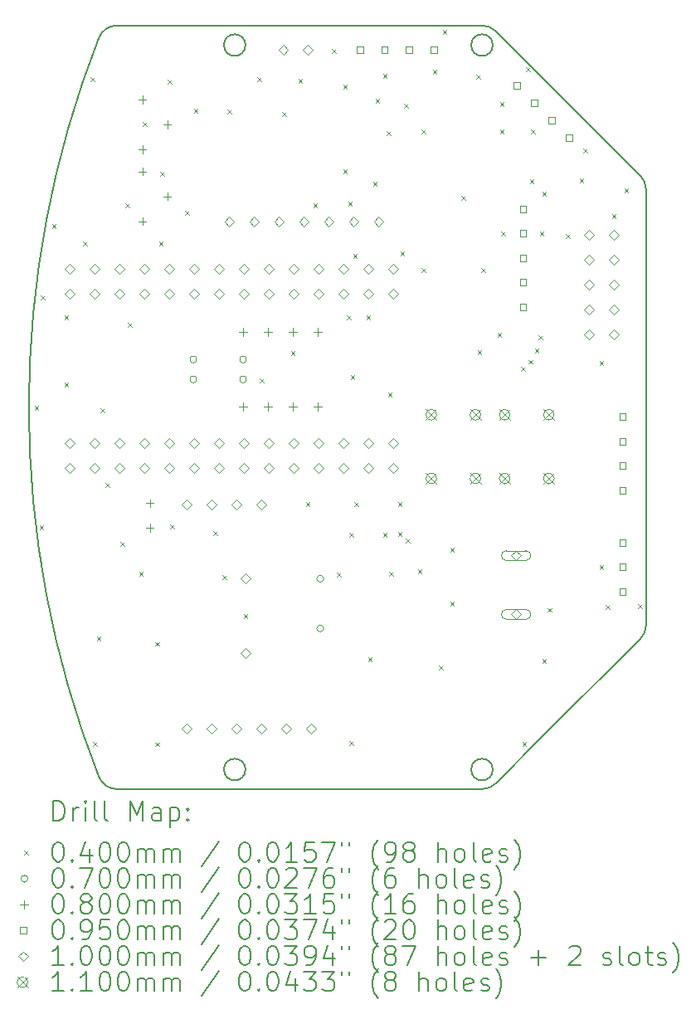
<source format=gbr>
%TF.GenerationSoftware,KiCad,Pcbnew,7.0.9*%
%TF.CreationDate,2024-06-22T14:55:14+09:00*%
%TF.ProjectId,Main,4d61696e-2e6b-4696-9361-645f70636258,rev?*%
%TF.SameCoordinates,Original*%
%TF.FileFunction,Drillmap*%
%TF.FilePolarity,Positive*%
%FSLAX45Y45*%
G04 Gerber Fmt 4.5, Leading zero omitted, Abs format (unit mm)*
G04 Created by KiCad (PCBNEW 7.0.9) date 2024-06-22 14:55:14*
%MOMM*%
%LPD*%
G01*
G04 APERTURE LIST*
%ADD10C,0.200000*%
%ADD11C,0.100000*%
%ADD12C,0.110000*%
G04 APERTURE END LIST*
D10*
X16162800Y-12464424D02*
G75*
G03*
X16162800Y-12464424I-110000J0D01*
G01*
X13638848Y-5073005D02*
G75*
G03*
X13638848Y-5073005I-110000J0D01*
G01*
X13762851Y-12664424D02*
X16052800Y-12664424D01*
X12328848Y-4873007D02*
G75*
G03*
X12142719Y-4999823I2J-200003D01*
G01*
X16194222Y-4931583D02*
G75*
G03*
X16052800Y-4873005I-141422J-141427D01*
G01*
X16664938Y-12135129D02*
X17669830Y-11130237D01*
X13638848Y-12464424D02*
G75*
G03*
X13638848Y-12464424I-110000J0D01*
G01*
X12328848Y-12664424D02*
X13762851Y-12664424D01*
X17728409Y-10988816D02*
X17728409Y-6548614D01*
X17669832Y-11130239D02*
G75*
G03*
X17728409Y-10988816I-141422J141419D01*
G01*
X16194221Y-12605845D02*
X16664938Y-12135129D01*
X13762851Y-4873005D02*
X12328848Y-4873005D01*
X16052800Y-4873005D02*
X13762851Y-4873005D01*
X16052800Y-12664423D02*
G75*
G03*
X16194221Y-12605845I0J200003D01*
G01*
X12142719Y-4999823D02*
G75*
G03*
X12142719Y-12537607I9585689J-3768892D01*
G01*
X17728406Y-6548614D02*
G75*
G03*
X17669830Y-6407192I-199996J4D01*
G01*
X12142717Y-12537607D02*
G75*
G03*
X12328848Y-12664424I186133J73187D01*
G01*
X17669830Y-6407192D02*
X16194221Y-4931584D01*
X16162800Y-5073005D02*
G75*
G03*
X16162800Y-5073005I-110000J0D01*
G01*
D11*
X11486200Y-8755700D02*
X11526200Y-8795700D01*
X11526200Y-8755700D02*
X11486200Y-8795700D01*
X11537000Y-9974900D02*
X11577000Y-10014900D01*
X11577000Y-9974900D02*
X11537000Y-10014900D01*
X11549700Y-7625400D02*
X11589700Y-7665400D01*
X11589700Y-7625400D02*
X11549700Y-7665400D01*
X11664000Y-6901500D02*
X11704000Y-6941500D01*
X11704000Y-6901500D02*
X11664000Y-6941500D01*
X11791000Y-7828600D02*
X11831000Y-7868600D01*
X11831000Y-7828600D02*
X11791000Y-7868600D01*
X11791000Y-8514400D02*
X11831000Y-8554400D01*
X11831000Y-8514400D02*
X11791000Y-8554400D01*
X11981500Y-7079300D02*
X12021500Y-7119300D01*
X12021500Y-7079300D02*
X11981500Y-7119300D01*
X12057700Y-5402900D02*
X12097700Y-5442900D01*
X12097700Y-5402900D02*
X12057700Y-5442900D01*
X12083100Y-12184700D02*
X12123100Y-12224700D01*
X12123100Y-12184700D02*
X12083100Y-12224700D01*
X12121200Y-11105200D02*
X12161200Y-11145200D01*
X12161200Y-11105200D02*
X12121200Y-11145200D01*
X12159300Y-8781100D02*
X12199300Y-8821100D01*
X12199300Y-8781100D02*
X12159300Y-8821100D01*
X12210100Y-9543100D02*
X12250100Y-9583100D01*
X12250100Y-9543100D02*
X12210100Y-9583100D01*
X12362500Y-10140000D02*
X12402500Y-10180000D01*
X12402500Y-10140000D02*
X12362500Y-10180000D01*
X12413300Y-6685600D02*
X12453300Y-6725600D01*
X12453300Y-6685600D02*
X12413300Y-6725600D01*
X12438700Y-7904800D02*
X12478700Y-7944800D01*
X12478700Y-7904800D02*
X12438700Y-7944800D01*
X12553000Y-10444800D02*
X12593000Y-10484800D01*
X12593000Y-10444800D02*
X12553000Y-10484800D01*
X12591100Y-5860100D02*
X12631100Y-5900100D01*
X12631100Y-5860100D02*
X12591100Y-5900100D01*
X12718100Y-12187240D02*
X12758100Y-12227240D01*
X12758100Y-12187240D02*
X12718100Y-12227240D01*
X12720640Y-11163620D02*
X12760640Y-11203620D01*
X12760640Y-11163620D02*
X12720640Y-11203620D01*
X12756200Y-7079300D02*
X12796200Y-7119300D01*
X12796200Y-7079300D02*
X12756200Y-7119300D01*
X12768900Y-6368100D02*
X12808900Y-6408100D01*
X12808900Y-6368100D02*
X12768900Y-6408100D01*
X12845100Y-5428300D02*
X12885100Y-5468300D01*
X12885100Y-5428300D02*
X12845100Y-5468300D01*
X12870500Y-9962200D02*
X12910500Y-10002200D01*
X12910500Y-9962200D02*
X12870500Y-10002200D01*
X13022900Y-6761800D02*
X13062900Y-6801800D01*
X13062900Y-6761800D02*
X13022900Y-6801800D01*
X13111800Y-5720400D02*
X13151800Y-5760400D01*
X13151800Y-5720400D02*
X13111800Y-5760400D01*
X13312460Y-10035860D02*
X13352460Y-10075860D01*
X13352460Y-10035860D02*
X13312460Y-10075860D01*
X13403900Y-10482900D02*
X13443900Y-10522900D01*
X13443900Y-10482900D02*
X13403900Y-10522900D01*
X13454700Y-5733100D02*
X13494700Y-5773100D01*
X13494700Y-5733100D02*
X13454700Y-5773100D01*
X13619800Y-10876600D02*
X13659800Y-10916600D01*
X13659800Y-10876600D02*
X13619800Y-10916600D01*
X13759500Y-5402900D02*
X13799500Y-5442900D01*
X13799500Y-5402900D02*
X13759500Y-5442900D01*
X13784900Y-8476300D02*
X13824900Y-8516300D01*
X13824900Y-8476300D02*
X13784900Y-8516300D01*
X14013500Y-5758500D02*
X14053500Y-5798500D01*
X14053500Y-5758500D02*
X14013500Y-5798500D01*
X14102400Y-8196900D02*
X14142400Y-8236900D01*
X14142400Y-8196900D02*
X14102400Y-8236900D01*
X14178600Y-5415600D02*
X14218600Y-5455600D01*
X14218600Y-5415600D02*
X14178600Y-5455600D01*
X14254800Y-9733600D02*
X14294800Y-9773600D01*
X14294800Y-9733600D02*
X14254800Y-9773600D01*
X14331000Y-6685600D02*
X14371000Y-6725600D01*
X14371000Y-6685600D02*
X14331000Y-6725600D01*
X14521500Y-5110800D02*
X14561500Y-5150800D01*
X14561500Y-5110800D02*
X14521500Y-5150800D01*
X14572300Y-10457500D02*
X14612300Y-10497500D01*
X14612300Y-10457500D02*
X14572300Y-10497500D01*
X14635800Y-5479100D02*
X14675800Y-5519100D01*
X14675800Y-5479100D02*
X14635800Y-5519100D01*
X14635800Y-6342700D02*
X14675800Y-6382700D01*
X14675800Y-6342700D02*
X14635800Y-6382700D01*
X14673900Y-7831750D02*
X14713900Y-7871750D01*
X14713900Y-7831750D02*
X14673900Y-7871750D01*
X14686600Y-6672900D02*
X14726600Y-6712900D01*
X14726600Y-6672900D02*
X14686600Y-6712900D01*
X14699300Y-10051100D02*
X14739300Y-10091100D01*
X14739300Y-10051100D02*
X14699300Y-10091100D01*
X14699300Y-12172000D02*
X14739300Y-12212000D01*
X14739300Y-12172000D02*
X14699300Y-12212000D01*
X14712000Y-8438200D02*
X14752000Y-8478200D01*
X14752000Y-8438200D02*
X14712000Y-8478200D01*
X14737400Y-7206300D02*
X14777400Y-7246300D01*
X14777400Y-7206300D02*
X14737400Y-7246300D01*
X14750100Y-9733600D02*
X14790100Y-9773600D01*
X14790100Y-9733600D02*
X14750100Y-9773600D01*
X14872300Y-7831750D02*
X14912300Y-7871750D01*
X14912300Y-7831750D02*
X14872300Y-7871750D01*
X14889800Y-11321100D02*
X14929800Y-11361100D01*
X14929800Y-11321100D02*
X14889800Y-11361100D01*
X14940600Y-6469700D02*
X14980600Y-6509700D01*
X14980600Y-6469700D02*
X14940600Y-6509700D01*
X14966000Y-5618800D02*
X15006000Y-5658800D01*
X15006000Y-5618800D02*
X14966000Y-5658800D01*
X15042200Y-5364800D02*
X15082200Y-5404800D01*
X15082200Y-5364800D02*
X15042200Y-5404800D01*
X15042200Y-10051100D02*
X15082200Y-10091100D01*
X15082200Y-10051100D02*
X15042200Y-10091100D01*
X15080300Y-5949000D02*
X15120300Y-5989000D01*
X15120300Y-5949000D02*
X15080300Y-5989000D01*
X15093000Y-8616000D02*
X15133000Y-8656000D01*
X15133000Y-8616000D02*
X15093000Y-8656000D01*
X15105700Y-10444800D02*
X15145700Y-10484800D01*
X15145700Y-10444800D02*
X15105700Y-10484800D01*
X15194600Y-9733600D02*
X15234600Y-9773600D01*
X15234600Y-9733600D02*
X15194600Y-9773600D01*
X15194600Y-10038400D02*
X15234600Y-10078400D01*
X15234600Y-10038400D02*
X15194600Y-10078400D01*
X15220000Y-7180900D02*
X15260000Y-7220900D01*
X15260000Y-7180900D02*
X15220000Y-7220900D01*
X15258100Y-5669600D02*
X15298100Y-5709600D01*
X15298100Y-5669600D02*
X15258100Y-5709600D01*
X15275604Y-10110850D02*
X15315604Y-10150850D01*
X15315604Y-10110850D02*
X15275604Y-10150850D01*
X15397800Y-10419400D02*
X15437800Y-10459400D01*
X15437800Y-10419400D02*
X15397800Y-10459400D01*
X15435900Y-5936300D02*
X15475900Y-5976300D01*
X15475900Y-5936300D02*
X15435900Y-5976300D01*
X15435900Y-7346000D02*
X15475900Y-7386000D01*
X15475900Y-7346000D02*
X15435900Y-7386000D01*
X15550200Y-5326700D02*
X15590200Y-5366700D01*
X15590200Y-5326700D02*
X15550200Y-5366700D01*
X15611160Y-11404920D02*
X15651160Y-11444920D01*
X15651160Y-11404920D02*
X15611160Y-11444920D01*
X15651800Y-4920300D02*
X15691800Y-4960300D01*
X15691800Y-4920300D02*
X15651800Y-4960300D01*
X15728000Y-10203500D02*
X15768000Y-10243500D01*
X15768000Y-10203500D02*
X15728000Y-10243500D01*
X15728000Y-10749600D02*
X15768000Y-10789600D01*
X15768000Y-10749600D02*
X15728000Y-10789600D01*
X15842300Y-6609400D02*
X15882300Y-6649400D01*
X15882300Y-6609400D02*
X15842300Y-6649400D01*
X15994700Y-5377500D02*
X16034700Y-5417500D01*
X16034700Y-5377500D02*
X15994700Y-5417500D01*
X16007400Y-8184200D02*
X16047400Y-8224200D01*
X16047400Y-8184200D02*
X16007400Y-8224200D01*
X16045500Y-7346000D02*
X16085500Y-7386000D01*
X16085500Y-7346000D02*
X16045500Y-7386000D01*
X16210600Y-8006400D02*
X16250600Y-8046400D01*
X16250600Y-8006400D02*
X16210600Y-8046400D01*
X16236000Y-5656900D02*
X16276000Y-5696900D01*
X16276000Y-5656900D02*
X16236000Y-5696900D01*
X16236000Y-5936300D02*
X16276000Y-5976300D01*
X16276000Y-5936300D02*
X16236000Y-5976300D01*
X16248700Y-6977700D02*
X16288700Y-7017700D01*
X16288700Y-6977700D02*
X16248700Y-7017700D01*
X16451900Y-8358850D02*
X16491900Y-8398850D01*
X16491900Y-8358850D02*
X16451900Y-8398850D01*
X16464600Y-12184700D02*
X16504600Y-12224700D01*
X16504600Y-12184700D02*
X16464600Y-12224700D01*
X16502700Y-5301300D02*
X16542700Y-5341300D01*
X16542700Y-5301300D02*
X16502700Y-5341300D01*
X16527670Y-8285370D02*
X16567670Y-8325370D01*
X16567670Y-8285370D02*
X16527670Y-8325370D01*
X16540800Y-6444300D02*
X16580800Y-6484300D01*
X16580800Y-6444300D02*
X16540800Y-6484300D01*
X16553500Y-5936300D02*
X16593500Y-5976300D01*
X16593500Y-5936300D02*
X16553500Y-5976300D01*
X16591600Y-8171500D02*
X16631600Y-8211500D01*
X16631600Y-8171500D02*
X16591600Y-8211500D01*
X16629700Y-8031800D02*
X16669700Y-8071800D01*
X16669700Y-8031800D02*
X16629700Y-8071800D01*
X16642400Y-6977700D02*
X16682400Y-7017700D01*
X16682400Y-6977700D02*
X16642400Y-7017700D01*
X16667800Y-6571300D02*
X16707800Y-6611300D01*
X16707800Y-6571300D02*
X16667800Y-6611300D01*
X16667800Y-11333800D02*
X16707800Y-11373800D01*
X16707800Y-11333800D02*
X16667800Y-11373800D01*
X16721140Y-10815640D02*
X16761140Y-10855640D01*
X16761140Y-10815640D02*
X16721140Y-10855640D01*
X16909100Y-7003100D02*
X16949100Y-7043100D01*
X16949100Y-7003100D02*
X16909100Y-7043100D01*
X17048800Y-6431600D02*
X17088800Y-6471600D01*
X17088800Y-6431600D02*
X17048800Y-6471600D01*
X17086900Y-6126800D02*
X17126900Y-6166800D01*
X17126900Y-6126800D02*
X17086900Y-6166800D01*
X17252000Y-8298500D02*
X17292000Y-8338500D01*
X17292000Y-8298500D02*
X17252000Y-8338500D01*
X17252000Y-10381300D02*
X17292000Y-10421300D01*
X17292000Y-10381300D02*
X17252000Y-10421300D01*
X17315500Y-10787700D02*
X17355500Y-10827700D01*
X17355500Y-10787700D02*
X17315500Y-10827700D01*
X17379000Y-6799900D02*
X17419000Y-6839900D01*
X17419000Y-6799900D02*
X17379000Y-6839900D01*
X17506000Y-6533200D02*
X17546000Y-6573200D01*
X17546000Y-6533200D02*
X17506000Y-6573200D01*
X17645700Y-10775000D02*
X17685700Y-10815000D01*
X17685700Y-10775000D02*
X17645700Y-10815000D01*
X13141400Y-8280400D02*
G75*
G03*
X13141400Y-8280400I-35000J0D01*
G01*
X13141400Y-8483600D02*
G75*
G03*
X13141400Y-8483600I-35000J0D01*
G01*
X13649400Y-8280400D02*
G75*
G03*
X13649400Y-8280400I-35000J0D01*
G01*
X13649400Y-8483600D02*
G75*
G03*
X13649400Y-8483600I-35000J0D01*
G01*
X14436800Y-10516600D02*
G75*
G03*
X14436800Y-10516600I-35000J0D01*
G01*
X14436800Y-11024600D02*
G75*
G03*
X14436800Y-11024600I-35000J0D01*
G01*
X12585700Y-5589900D02*
X12585700Y-5669900D01*
X12545700Y-5629900D02*
X12625700Y-5629900D01*
X12585700Y-6097900D02*
X12585700Y-6177900D01*
X12545700Y-6137900D02*
X12625700Y-6137900D01*
X12585700Y-6322700D02*
X12585700Y-6402700D01*
X12545700Y-6362700D02*
X12625700Y-6362700D01*
X12585700Y-6830700D02*
X12585700Y-6910700D01*
X12545700Y-6870700D02*
X12625700Y-6870700D01*
X12661900Y-9707389D02*
X12661900Y-9787389D01*
X12621900Y-9747389D02*
X12701900Y-9747389D01*
X12661900Y-9957389D02*
X12661900Y-10037389D01*
X12621900Y-9997389D02*
X12701900Y-9997389D01*
X12839700Y-5843900D02*
X12839700Y-5923900D01*
X12799700Y-5883900D02*
X12879700Y-5883900D01*
X12839700Y-6576700D02*
X12839700Y-6656700D01*
X12799700Y-6616700D02*
X12879700Y-6616700D01*
X13613400Y-7959500D02*
X13613400Y-8039500D01*
X13573400Y-7999500D02*
X13653400Y-7999500D01*
X13613400Y-8721500D02*
X13613400Y-8801500D01*
X13573400Y-8761500D02*
X13653400Y-8761500D01*
X13867400Y-7959500D02*
X13867400Y-8039500D01*
X13827400Y-7999500D02*
X13907400Y-7999500D01*
X13867400Y-8721500D02*
X13867400Y-8801500D01*
X13827400Y-8761500D02*
X13907400Y-8761500D01*
X14121400Y-7959500D02*
X14121400Y-8039500D01*
X14081400Y-7999500D02*
X14161400Y-7999500D01*
X14121400Y-8721500D02*
X14121400Y-8801500D01*
X14081400Y-8761500D02*
X14161400Y-8761500D01*
X14375400Y-7959500D02*
X14375400Y-8039500D01*
X14335400Y-7999500D02*
X14415400Y-7999500D01*
X14375400Y-8721500D02*
X14375400Y-8801500D01*
X14335400Y-8761500D02*
X14415400Y-8761500D01*
X14841788Y-5151688D02*
X14841788Y-5084512D01*
X14774612Y-5084512D01*
X14774612Y-5151688D01*
X14841788Y-5151688D01*
X15091788Y-5151688D02*
X15091788Y-5084512D01*
X15024612Y-5084512D01*
X15024612Y-5151688D01*
X15091788Y-5151688D01*
X15341788Y-5151688D02*
X15341788Y-5084512D01*
X15274612Y-5084512D01*
X15274612Y-5151688D01*
X15341788Y-5151688D01*
X15591788Y-5151688D02*
X15591788Y-5084512D01*
X15524612Y-5084512D01*
X15524612Y-5151688D01*
X15591788Y-5151688D01*
X16444034Y-5522035D02*
X16444034Y-5454859D01*
X16376859Y-5454859D01*
X16376859Y-5522035D01*
X16444034Y-5522035D01*
X16505488Y-6777288D02*
X16505488Y-6710112D01*
X16438312Y-6710112D01*
X16438312Y-6777288D01*
X16505488Y-6777288D01*
X16505488Y-7027288D02*
X16505488Y-6960112D01*
X16438312Y-6960112D01*
X16438312Y-7027288D01*
X16505488Y-7027288D01*
X16505488Y-7277288D02*
X16505488Y-7210112D01*
X16438312Y-7210112D01*
X16438312Y-7277288D01*
X16505488Y-7277288D01*
X16505488Y-7527288D02*
X16505488Y-7460112D01*
X16438312Y-7460112D01*
X16438312Y-7527288D01*
X16505488Y-7527288D01*
X16505488Y-7777288D02*
X16505488Y-7710112D01*
X16438312Y-7710112D01*
X16438312Y-7777288D01*
X16505488Y-7777288D01*
X16620811Y-5698811D02*
X16620811Y-5631635D01*
X16553635Y-5631635D01*
X16553635Y-5698811D01*
X16620811Y-5698811D01*
X16797588Y-5875588D02*
X16797588Y-5808412D01*
X16730412Y-5808412D01*
X16730412Y-5875588D01*
X16797588Y-5875588D01*
X16974365Y-6052365D02*
X16974365Y-5985189D01*
X16907189Y-5985189D01*
X16907189Y-6052365D01*
X16974365Y-6052365D01*
X17521488Y-8898188D02*
X17521488Y-8831012D01*
X17454312Y-8831012D01*
X17454312Y-8898188D01*
X17521488Y-8898188D01*
X17521488Y-9148188D02*
X17521488Y-9081012D01*
X17454312Y-9081012D01*
X17454312Y-9148188D01*
X17521488Y-9148188D01*
X17521488Y-9398188D02*
X17521488Y-9331012D01*
X17454312Y-9331012D01*
X17454312Y-9398188D01*
X17521488Y-9398188D01*
X17521488Y-9648188D02*
X17521488Y-9581012D01*
X17454312Y-9581012D01*
X17454312Y-9648188D01*
X17521488Y-9648188D01*
X17521488Y-10180888D02*
X17521488Y-10113712D01*
X17454312Y-10113712D01*
X17454312Y-10180888D01*
X17521488Y-10180888D01*
X17521488Y-10430888D02*
X17521488Y-10363712D01*
X17454312Y-10363712D01*
X17454312Y-10430888D01*
X17521488Y-10430888D01*
X17521488Y-10680888D02*
X17521488Y-10613712D01*
X17454312Y-10613712D01*
X17454312Y-10680888D01*
X17521488Y-10680888D01*
X11844300Y-7403300D02*
X11894300Y-7353300D01*
X11844300Y-7303300D01*
X11794300Y-7353300D01*
X11844300Y-7403300D01*
X11844300Y-7657300D02*
X11894300Y-7607300D01*
X11844300Y-7557300D01*
X11794300Y-7607300D01*
X11844300Y-7657300D01*
X11844300Y-9181300D02*
X11894300Y-9131300D01*
X11844300Y-9081300D01*
X11794300Y-9131300D01*
X11844300Y-9181300D01*
X11844300Y-9435300D02*
X11894300Y-9385300D01*
X11844300Y-9335300D01*
X11794300Y-9385300D01*
X11844300Y-9435300D01*
X12098300Y-7403300D02*
X12148300Y-7353300D01*
X12098300Y-7303300D01*
X12048300Y-7353300D01*
X12098300Y-7403300D01*
X12098300Y-7657300D02*
X12148300Y-7607300D01*
X12098300Y-7557300D01*
X12048300Y-7607300D01*
X12098300Y-7657300D01*
X12098300Y-9181300D02*
X12148300Y-9131300D01*
X12098300Y-9081300D01*
X12048300Y-9131300D01*
X12098300Y-9181300D01*
X12098300Y-9435300D02*
X12148300Y-9385300D01*
X12098300Y-9335300D01*
X12048300Y-9385300D01*
X12098300Y-9435300D01*
X12352300Y-7403300D02*
X12402300Y-7353300D01*
X12352300Y-7303300D01*
X12302300Y-7353300D01*
X12352300Y-7403300D01*
X12352300Y-7657300D02*
X12402300Y-7607300D01*
X12352300Y-7557300D01*
X12302300Y-7607300D01*
X12352300Y-7657300D01*
X12352300Y-9181300D02*
X12402300Y-9131300D01*
X12352300Y-9081300D01*
X12302300Y-9131300D01*
X12352300Y-9181300D01*
X12352300Y-9435300D02*
X12402300Y-9385300D01*
X12352300Y-9335300D01*
X12302300Y-9385300D01*
X12352300Y-9435300D01*
X12606300Y-7403300D02*
X12656300Y-7353300D01*
X12606300Y-7303300D01*
X12556300Y-7353300D01*
X12606300Y-7403300D01*
X12606300Y-7657300D02*
X12656300Y-7607300D01*
X12606300Y-7557300D01*
X12556300Y-7607300D01*
X12606300Y-7657300D01*
X12606300Y-9181300D02*
X12656300Y-9131300D01*
X12606300Y-9081300D01*
X12556300Y-9131300D01*
X12606300Y-9181300D01*
X12606300Y-9435300D02*
X12656300Y-9385300D01*
X12606300Y-9335300D01*
X12556300Y-9385300D01*
X12606300Y-9435300D01*
X12860300Y-7403300D02*
X12910300Y-7353300D01*
X12860300Y-7303300D01*
X12810300Y-7353300D01*
X12860300Y-7403300D01*
X12860300Y-7657300D02*
X12910300Y-7607300D01*
X12860300Y-7557300D01*
X12810300Y-7607300D01*
X12860300Y-7657300D01*
X12860300Y-9181300D02*
X12910300Y-9131300D01*
X12860300Y-9081300D01*
X12810300Y-9131300D01*
X12860300Y-9181300D01*
X12860300Y-9435300D02*
X12910300Y-9385300D01*
X12860300Y-9335300D01*
X12810300Y-9385300D01*
X12860300Y-9435300D01*
X13037820Y-9808680D02*
X13087820Y-9758680D01*
X13037820Y-9708680D01*
X12987820Y-9758680D01*
X13037820Y-9808680D01*
X13037820Y-12094680D02*
X13087820Y-12044680D01*
X13037820Y-11994680D01*
X12987820Y-12044680D01*
X13037820Y-12094680D01*
X13114300Y-7403300D02*
X13164300Y-7353300D01*
X13114300Y-7303300D01*
X13064300Y-7353300D01*
X13114300Y-7403300D01*
X13114300Y-7657300D02*
X13164300Y-7607300D01*
X13114300Y-7557300D01*
X13064300Y-7607300D01*
X13114300Y-7657300D01*
X13114300Y-9181300D02*
X13164300Y-9131300D01*
X13114300Y-9081300D01*
X13064300Y-9131300D01*
X13114300Y-9181300D01*
X13114300Y-9435300D02*
X13164300Y-9385300D01*
X13114300Y-9335300D01*
X13064300Y-9385300D01*
X13114300Y-9435300D01*
X13291820Y-9808680D02*
X13341820Y-9758680D01*
X13291820Y-9708680D01*
X13241820Y-9758680D01*
X13291820Y-9808680D01*
X13291820Y-12094680D02*
X13341820Y-12044680D01*
X13291820Y-11994680D01*
X13241820Y-12044680D01*
X13291820Y-12094680D01*
X13368300Y-7403300D02*
X13418300Y-7353300D01*
X13368300Y-7303300D01*
X13318300Y-7353300D01*
X13368300Y-7403300D01*
X13368300Y-7657300D02*
X13418300Y-7607300D01*
X13368300Y-7557300D01*
X13318300Y-7607300D01*
X13368300Y-7657300D01*
X13368300Y-9181300D02*
X13418300Y-9131300D01*
X13368300Y-9081300D01*
X13318300Y-9131300D01*
X13368300Y-9181300D01*
X13368300Y-9435300D02*
X13418300Y-9385300D01*
X13368300Y-9335300D01*
X13318300Y-9385300D01*
X13368300Y-9435300D01*
X13474200Y-6926400D02*
X13524200Y-6876400D01*
X13474200Y-6826400D01*
X13424200Y-6876400D01*
X13474200Y-6926400D01*
X13545820Y-9808680D02*
X13595820Y-9758680D01*
X13545820Y-9708680D01*
X13495820Y-9758680D01*
X13545820Y-9808680D01*
X13545820Y-12094680D02*
X13595820Y-12044680D01*
X13545820Y-11994680D01*
X13495820Y-12044680D01*
X13545820Y-12094680D01*
X13622300Y-7403300D02*
X13672300Y-7353300D01*
X13622300Y-7303300D01*
X13572300Y-7353300D01*
X13622300Y-7403300D01*
X13622300Y-7657300D02*
X13672300Y-7607300D01*
X13622300Y-7557300D01*
X13572300Y-7607300D01*
X13622300Y-7657300D01*
X13622300Y-9181300D02*
X13672300Y-9131300D01*
X13622300Y-9081300D01*
X13572300Y-9131300D01*
X13622300Y-9181300D01*
X13622300Y-9435300D02*
X13672300Y-9385300D01*
X13622300Y-9335300D01*
X13572300Y-9385300D01*
X13622300Y-9435300D01*
X13639800Y-10566600D02*
X13689800Y-10516600D01*
X13639800Y-10466600D01*
X13589800Y-10516600D01*
X13639800Y-10566600D01*
X13639800Y-11326600D02*
X13689800Y-11276600D01*
X13639800Y-11226600D01*
X13589800Y-11276600D01*
X13639800Y-11326600D01*
X13728200Y-6926400D02*
X13778200Y-6876400D01*
X13728200Y-6826400D01*
X13678200Y-6876400D01*
X13728200Y-6926400D01*
X13799820Y-9808680D02*
X13849820Y-9758680D01*
X13799820Y-9708680D01*
X13749820Y-9758680D01*
X13799820Y-9808680D01*
X13799820Y-12094680D02*
X13849820Y-12044680D01*
X13799820Y-11994680D01*
X13749820Y-12044680D01*
X13799820Y-12094680D01*
X13876300Y-7403300D02*
X13926300Y-7353300D01*
X13876300Y-7303300D01*
X13826300Y-7353300D01*
X13876300Y-7403300D01*
X13876300Y-7657300D02*
X13926300Y-7607300D01*
X13876300Y-7557300D01*
X13826300Y-7607300D01*
X13876300Y-7657300D01*
X13876300Y-9181300D02*
X13926300Y-9131300D01*
X13876300Y-9081300D01*
X13826300Y-9131300D01*
X13876300Y-9181300D01*
X13876300Y-9435300D02*
X13926300Y-9385300D01*
X13876300Y-9335300D01*
X13826300Y-9385300D01*
X13876300Y-9435300D01*
X13982200Y-6926400D02*
X14032200Y-6876400D01*
X13982200Y-6826400D01*
X13932200Y-6876400D01*
X13982200Y-6926400D01*
X14025500Y-5168100D02*
X14075500Y-5118100D01*
X14025500Y-5068100D01*
X13975500Y-5118100D01*
X14025500Y-5168100D01*
X14053820Y-12094680D02*
X14103820Y-12044680D01*
X14053820Y-11994680D01*
X14003820Y-12044680D01*
X14053820Y-12094680D01*
X14130300Y-7403300D02*
X14180300Y-7353300D01*
X14130300Y-7303300D01*
X14080300Y-7353300D01*
X14130300Y-7403300D01*
X14130300Y-7657300D02*
X14180300Y-7607300D01*
X14130300Y-7557300D01*
X14080300Y-7607300D01*
X14130300Y-7657300D01*
X14130300Y-9181300D02*
X14180300Y-9131300D01*
X14130300Y-9081300D01*
X14080300Y-9131300D01*
X14130300Y-9181300D01*
X14130300Y-9435300D02*
X14180300Y-9385300D01*
X14130300Y-9335300D01*
X14080300Y-9385300D01*
X14130300Y-9435300D01*
X14236200Y-6926400D02*
X14286200Y-6876400D01*
X14236200Y-6826400D01*
X14186200Y-6876400D01*
X14236200Y-6926400D01*
X14275500Y-5168100D02*
X14325500Y-5118100D01*
X14275500Y-5068100D01*
X14225500Y-5118100D01*
X14275500Y-5168100D01*
X14307820Y-12094680D02*
X14357820Y-12044680D01*
X14307820Y-11994680D01*
X14257820Y-12044680D01*
X14307820Y-12094680D01*
X14384300Y-7403300D02*
X14434300Y-7353300D01*
X14384300Y-7303300D01*
X14334300Y-7353300D01*
X14384300Y-7403300D01*
X14384300Y-7657300D02*
X14434300Y-7607300D01*
X14384300Y-7557300D01*
X14334300Y-7607300D01*
X14384300Y-7657300D01*
X14384300Y-9181300D02*
X14434300Y-9131300D01*
X14384300Y-9081300D01*
X14334300Y-9131300D01*
X14384300Y-9181300D01*
X14384300Y-9435300D02*
X14434300Y-9385300D01*
X14384300Y-9335300D01*
X14334300Y-9385300D01*
X14384300Y-9435300D01*
X14490200Y-6926400D02*
X14540200Y-6876400D01*
X14490200Y-6826400D01*
X14440200Y-6876400D01*
X14490200Y-6926400D01*
X14638300Y-7403300D02*
X14688300Y-7353300D01*
X14638300Y-7303300D01*
X14588300Y-7353300D01*
X14638300Y-7403300D01*
X14638300Y-7657300D02*
X14688300Y-7607300D01*
X14638300Y-7557300D01*
X14588300Y-7607300D01*
X14638300Y-7657300D01*
X14638300Y-9181300D02*
X14688300Y-9131300D01*
X14638300Y-9081300D01*
X14588300Y-9131300D01*
X14638300Y-9181300D01*
X14638300Y-9435300D02*
X14688300Y-9385300D01*
X14638300Y-9335300D01*
X14588300Y-9385300D01*
X14638300Y-9435300D01*
X14744200Y-6926400D02*
X14794200Y-6876400D01*
X14744200Y-6826400D01*
X14694200Y-6876400D01*
X14744200Y-6926400D01*
X14892300Y-7403300D02*
X14942300Y-7353300D01*
X14892300Y-7303300D01*
X14842300Y-7353300D01*
X14892300Y-7403300D01*
X14892300Y-7657300D02*
X14942300Y-7607300D01*
X14892300Y-7557300D01*
X14842300Y-7607300D01*
X14892300Y-7657300D01*
X14892300Y-9181300D02*
X14942300Y-9131300D01*
X14892300Y-9081300D01*
X14842300Y-9131300D01*
X14892300Y-9181300D01*
X14892300Y-9435300D02*
X14942300Y-9385300D01*
X14892300Y-9335300D01*
X14842300Y-9385300D01*
X14892300Y-9435300D01*
X14998200Y-6926400D02*
X15048200Y-6876400D01*
X14998200Y-6826400D01*
X14948200Y-6876400D01*
X14998200Y-6926400D01*
X15146300Y-7403300D02*
X15196300Y-7353300D01*
X15146300Y-7303300D01*
X15096300Y-7353300D01*
X15146300Y-7403300D01*
X15146300Y-7657300D02*
X15196300Y-7607300D01*
X15146300Y-7557300D01*
X15096300Y-7607300D01*
X15146300Y-7657300D01*
X15146300Y-9181300D02*
X15196300Y-9131300D01*
X15146300Y-9081300D01*
X15096300Y-9131300D01*
X15146300Y-9181300D01*
X15146300Y-9435300D02*
X15196300Y-9385300D01*
X15146300Y-9335300D01*
X15096300Y-9385300D01*
X15146300Y-9435300D01*
X16400780Y-10331360D02*
X16450780Y-10281360D01*
X16400780Y-10231360D01*
X16350780Y-10281360D01*
X16400780Y-10331360D01*
X16300780Y-10331360D02*
X16500780Y-10331360D01*
X16500780Y-10331360D02*
G75*
G03*
X16500780Y-10231360I0J50000D01*
G01*
X16500780Y-10231360D02*
X16300780Y-10231360D01*
X16300780Y-10231360D02*
G75*
G03*
X16300780Y-10331360I0J-50000D01*
G01*
X16400780Y-10931360D02*
X16450780Y-10881360D01*
X16400780Y-10831360D01*
X16350780Y-10881360D01*
X16400780Y-10931360D01*
X16300780Y-10931360D02*
X16500780Y-10931360D01*
X16500780Y-10931360D02*
G75*
G03*
X16500780Y-10831360I0J50000D01*
G01*
X16500780Y-10831360D02*
X16300780Y-10831360D01*
X16300780Y-10831360D02*
G75*
G03*
X16300780Y-10931360I0J-50000D01*
G01*
X17145000Y-7060400D02*
X17195000Y-7010400D01*
X17145000Y-6960400D01*
X17095000Y-7010400D01*
X17145000Y-7060400D01*
X17145000Y-7314400D02*
X17195000Y-7264400D01*
X17145000Y-7214400D01*
X17095000Y-7264400D01*
X17145000Y-7314400D01*
X17145000Y-7568400D02*
X17195000Y-7518400D01*
X17145000Y-7468400D01*
X17095000Y-7518400D01*
X17145000Y-7568400D01*
X17145000Y-7822400D02*
X17195000Y-7772400D01*
X17145000Y-7722400D01*
X17095000Y-7772400D01*
X17145000Y-7822400D01*
X17145000Y-8076400D02*
X17195000Y-8026400D01*
X17145000Y-7976400D01*
X17095000Y-8026400D01*
X17145000Y-8076400D01*
X17399000Y-7060400D02*
X17449000Y-7010400D01*
X17399000Y-6960400D01*
X17349000Y-7010400D01*
X17399000Y-7060400D01*
X17399000Y-7314400D02*
X17449000Y-7264400D01*
X17399000Y-7214400D01*
X17349000Y-7264400D01*
X17399000Y-7314400D01*
X17399000Y-7568400D02*
X17449000Y-7518400D01*
X17399000Y-7468400D01*
X17349000Y-7518400D01*
X17399000Y-7568400D01*
X17399000Y-7822400D02*
X17449000Y-7772400D01*
X17399000Y-7722400D01*
X17349000Y-7772400D01*
X17399000Y-7822400D01*
X17399000Y-8076400D02*
X17449000Y-8026400D01*
X17399000Y-7976400D01*
X17349000Y-8026400D01*
X17399000Y-8076400D01*
D12*
X15480700Y-8789400D02*
X15590700Y-8899400D01*
X15590700Y-8789400D02*
X15480700Y-8899400D01*
X15590700Y-8844400D02*
G75*
G03*
X15590700Y-8844400I-55000J0D01*
G01*
X15480700Y-9439400D02*
X15590700Y-9549400D01*
X15590700Y-9439400D02*
X15480700Y-9549400D01*
X15590700Y-9494400D02*
G75*
G03*
X15590700Y-9494400I-55000J0D01*
G01*
X15930700Y-8789400D02*
X16040700Y-8899400D01*
X16040700Y-8789400D02*
X15930700Y-8899400D01*
X16040700Y-8844400D02*
G75*
G03*
X16040700Y-8844400I-55000J0D01*
G01*
X15930700Y-9439400D02*
X16040700Y-9549400D01*
X16040700Y-9439400D02*
X15930700Y-9549400D01*
X16040700Y-9494400D02*
G75*
G03*
X16040700Y-9494400I-55000J0D01*
G01*
X16230000Y-8789400D02*
X16340000Y-8899400D01*
X16340000Y-8789400D02*
X16230000Y-8899400D01*
X16340000Y-8844400D02*
G75*
G03*
X16340000Y-8844400I-55000J0D01*
G01*
X16230000Y-9439400D02*
X16340000Y-9549400D01*
X16340000Y-9439400D02*
X16230000Y-9549400D01*
X16340000Y-9494400D02*
G75*
G03*
X16340000Y-9494400I-55000J0D01*
G01*
X16680000Y-8789400D02*
X16790000Y-8899400D01*
X16790000Y-8789400D02*
X16680000Y-8899400D01*
X16790000Y-8844400D02*
G75*
G03*
X16790000Y-8844400I-55000J0D01*
G01*
X16680000Y-9439400D02*
X16790000Y-9549400D01*
X16790000Y-9439400D02*
X16680000Y-9549400D01*
X16790000Y-9494400D02*
G75*
G03*
X16790000Y-9494400I-55000J0D01*
G01*
D10*
X11679185Y-12985908D02*
X11679185Y-12785908D01*
X11679185Y-12785908D02*
X11726804Y-12785908D01*
X11726804Y-12785908D02*
X11755376Y-12795432D01*
X11755376Y-12795432D02*
X11774424Y-12814479D01*
X11774424Y-12814479D02*
X11783947Y-12833527D01*
X11783947Y-12833527D02*
X11793471Y-12871622D01*
X11793471Y-12871622D02*
X11793471Y-12900194D01*
X11793471Y-12900194D02*
X11783947Y-12938289D01*
X11783947Y-12938289D02*
X11774424Y-12957337D01*
X11774424Y-12957337D02*
X11755376Y-12976384D01*
X11755376Y-12976384D02*
X11726804Y-12985908D01*
X11726804Y-12985908D02*
X11679185Y-12985908D01*
X11879185Y-12985908D02*
X11879185Y-12852575D01*
X11879185Y-12890670D02*
X11888709Y-12871622D01*
X11888709Y-12871622D02*
X11898233Y-12862098D01*
X11898233Y-12862098D02*
X11917281Y-12852575D01*
X11917281Y-12852575D02*
X11936328Y-12852575D01*
X12002995Y-12985908D02*
X12002995Y-12852575D01*
X12002995Y-12785908D02*
X11993471Y-12795432D01*
X11993471Y-12795432D02*
X12002995Y-12804956D01*
X12002995Y-12804956D02*
X12012519Y-12795432D01*
X12012519Y-12795432D02*
X12002995Y-12785908D01*
X12002995Y-12785908D02*
X12002995Y-12804956D01*
X12126804Y-12985908D02*
X12107757Y-12976384D01*
X12107757Y-12976384D02*
X12098233Y-12957337D01*
X12098233Y-12957337D02*
X12098233Y-12785908D01*
X12231566Y-12985908D02*
X12212519Y-12976384D01*
X12212519Y-12976384D02*
X12202995Y-12957337D01*
X12202995Y-12957337D02*
X12202995Y-12785908D01*
X12460138Y-12985908D02*
X12460138Y-12785908D01*
X12460138Y-12785908D02*
X12526805Y-12928765D01*
X12526805Y-12928765D02*
X12593471Y-12785908D01*
X12593471Y-12785908D02*
X12593471Y-12985908D01*
X12774424Y-12985908D02*
X12774424Y-12881146D01*
X12774424Y-12881146D02*
X12764900Y-12862098D01*
X12764900Y-12862098D02*
X12745852Y-12852575D01*
X12745852Y-12852575D02*
X12707757Y-12852575D01*
X12707757Y-12852575D02*
X12688709Y-12862098D01*
X12774424Y-12976384D02*
X12755376Y-12985908D01*
X12755376Y-12985908D02*
X12707757Y-12985908D01*
X12707757Y-12985908D02*
X12688709Y-12976384D01*
X12688709Y-12976384D02*
X12679185Y-12957337D01*
X12679185Y-12957337D02*
X12679185Y-12938289D01*
X12679185Y-12938289D02*
X12688709Y-12919241D01*
X12688709Y-12919241D02*
X12707757Y-12909718D01*
X12707757Y-12909718D02*
X12755376Y-12909718D01*
X12755376Y-12909718D02*
X12774424Y-12900194D01*
X12869662Y-12852575D02*
X12869662Y-13052575D01*
X12869662Y-12862098D02*
X12888709Y-12852575D01*
X12888709Y-12852575D02*
X12926805Y-12852575D01*
X12926805Y-12852575D02*
X12945852Y-12862098D01*
X12945852Y-12862098D02*
X12955376Y-12871622D01*
X12955376Y-12871622D02*
X12964900Y-12890670D01*
X12964900Y-12890670D02*
X12964900Y-12947813D01*
X12964900Y-12947813D02*
X12955376Y-12966860D01*
X12955376Y-12966860D02*
X12945852Y-12976384D01*
X12945852Y-12976384D02*
X12926805Y-12985908D01*
X12926805Y-12985908D02*
X12888709Y-12985908D01*
X12888709Y-12985908D02*
X12869662Y-12976384D01*
X13050614Y-12966860D02*
X13060138Y-12976384D01*
X13060138Y-12976384D02*
X13050614Y-12985908D01*
X13050614Y-12985908D02*
X13041090Y-12976384D01*
X13041090Y-12976384D02*
X13050614Y-12966860D01*
X13050614Y-12966860D02*
X13050614Y-12985908D01*
X13050614Y-12862098D02*
X13060138Y-12871622D01*
X13060138Y-12871622D02*
X13050614Y-12881146D01*
X13050614Y-12881146D02*
X13041090Y-12871622D01*
X13041090Y-12871622D02*
X13050614Y-12862098D01*
X13050614Y-12862098D02*
X13050614Y-12881146D01*
D11*
X11378409Y-13294424D02*
X11418409Y-13334424D01*
X11418409Y-13294424D02*
X11378409Y-13334424D01*
D10*
X11717281Y-13205908D02*
X11736328Y-13205908D01*
X11736328Y-13205908D02*
X11755376Y-13215432D01*
X11755376Y-13215432D02*
X11764900Y-13224956D01*
X11764900Y-13224956D02*
X11774424Y-13244003D01*
X11774424Y-13244003D02*
X11783947Y-13282098D01*
X11783947Y-13282098D02*
X11783947Y-13329718D01*
X11783947Y-13329718D02*
X11774424Y-13367813D01*
X11774424Y-13367813D02*
X11764900Y-13386860D01*
X11764900Y-13386860D02*
X11755376Y-13396384D01*
X11755376Y-13396384D02*
X11736328Y-13405908D01*
X11736328Y-13405908D02*
X11717281Y-13405908D01*
X11717281Y-13405908D02*
X11698233Y-13396384D01*
X11698233Y-13396384D02*
X11688709Y-13386860D01*
X11688709Y-13386860D02*
X11679185Y-13367813D01*
X11679185Y-13367813D02*
X11669662Y-13329718D01*
X11669662Y-13329718D02*
X11669662Y-13282098D01*
X11669662Y-13282098D02*
X11679185Y-13244003D01*
X11679185Y-13244003D02*
X11688709Y-13224956D01*
X11688709Y-13224956D02*
X11698233Y-13215432D01*
X11698233Y-13215432D02*
X11717281Y-13205908D01*
X11869662Y-13386860D02*
X11879185Y-13396384D01*
X11879185Y-13396384D02*
X11869662Y-13405908D01*
X11869662Y-13405908D02*
X11860138Y-13396384D01*
X11860138Y-13396384D02*
X11869662Y-13386860D01*
X11869662Y-13386860D02*
X11869662Y-13405908D01*
X12050614Y-13272575D02*
X12050614Y-13405908D01*
X12002995Y-13196384D02*
X11955376Y-13339241D01*
X11955376Y-13339241D02*
X12079185Y-13339241D01*
X12193471Y-13205908D02*
X12212519Y-13205908D01*
X12212519Y-13205908D02*
X12231566Y-13215432D01*
X12231566Y-13215432D02*
X12241090Y-13224956D01*
X12241090Y-13224956D02*
X12250614Y-13244003D01*
X12250614Y-13244003D02*
X12260138Y-13282098D01*
X12260138Y-13282098D02*
X12260138Y-13329718D01*
X12260138Y-13329718D02*
X12250614Y-13367813D01*
X12250614Y-13367813D02*
X12241090Y-13386860D01*
X12241090Y-13386860D02*
X12231566Y-13396384D01*
X12231566Y-13396384D02*
X12212519Y-13405908D01*
X12212519Y-13405908D02*
X12193471Y-13405908D01*
X12193471Y-13405908D02*
X12174424Y-13396384D01*
X12174424Y-13396384D02*
X12164900Y-13386860D01*
X12164900Y-13386860D02*
X12155376Y-13367813D01*
X12155376Y-13367813D02*
X12145852Y-13329718D01*
X12145852Y-13329718D02*
X12145852Y-13282098D01*
X12145852Y-13282098D02*
X12155376Y-13244003D01*
X12155376Y-13244003D02*
X12164900Y-13224956D01*
X12164900Y-13224956D02*
X12174424Y-13215432D01*
X12174424Y-13215432D02*
X12193471Y-13205908D01*
X12383947Y-13205908D02*
X12402995Y-13205908D01*
X12402995Y-13205908D02*
X12422043Y-13215432D01*
X12422043Y-13215432D02*
X12431566Y-13224956D01*
X12431566Y-13224956D02*
X12441090Y-13244003D01*
X12441090Y-13244003D02*
X12450614Y-13282098D01*
X12450614Y-13282098D02*
X12450614Y-13329718D01*
X12450614Y-13329718D02*
X12441090Y-13367813D01*
X12441090Y-13367813D02*
X12431566Y-13386860D01*
X12431566Y-13386860D02*
X12422043Y-13396384D01*
X12422043Y-13396384D02*
X12402995Y-13405908D01*
X12402995Y-13405908D02*
X12383947Y-13405908D01*
X12383947Y-13405908D02*
X12364900Y-13396384D01*
X12364900Y-13396384D02*
X12355376Y-13386860D01*
X12355376Y-13386860D02*
X12345852Y-13367813D01*
X12345852Y-13367813D02*
X12336328Y-13329718D01*
X12336328Y-13329718D02*
X12336328Y-13282098D01*
X12336328Y-13282098D02*
X12345852Y-13244003D01*
X12345852Y-13244003D02*
X12355376Y-13224956D01*
X12355376Y-13224956D02*
X12364900Y-13215432D01*
X12364900Y-13215432D02*
X12383947Y-13205908D01*
X12536328Y-13405908D02*
X12536328Y-13272575D01*
X12536328Y-13291622D02*
X12545852Y-13282098D01*
X12545852Y-13282098D02*
X12564900Y-13272575D01*
X12564900Y-13272575D02*
X12593471Y-13272575D01*
X12593471Y-13272575D02*
X12612519Y-13282098D01*
X12612519Y-13282098D02*
X12622043Y-13301146D01*
X12622043Y-13301146D02*
X12622043Y-13405908D01*
X12622043Y-13301146D02*
X12631566Y-13282098D01*
X12631566Y-13282098D02*
X12650614Y-13272575D01*
X12650614Y-13272575D02*
X12679185Y-13272575D01*
X12679185Y-13272575D02*
X12698233Y-13282098D01*
X12698233Y-13282098D02*
X12707757Y-13301146D01*
X12707757Y-13301146D02*
X12707757Y-13405908D01*
X12802995Y-13405908D02*
X12802995Y-13272575D01*
X12802995Y-13291622D02*
X12812519Y-13282098D01*
X12812519Y-13282098D02*
X12831566Y-13272575D01*
X12831566Y-13272575D02*
X12860138Y-13272575D01*
X12860138Y-13272575D02*
X12879186Y-13282098D01*
X12879186Y-13282098D02*
X12888709Y-13301146D01*
X12888709Y-13301146D02*
X12888709Y-13405908D01*
X12888709Y-13301146D02*
X12898233Y-13282098D01*
X12898233Y-13282098D02*
X12917281Y-13272575D01*
X12917281Y-13272575D02*
X12945852Y-13272575D01*
X12945852Y-13272575D02*
X12964900Y-13282098D01*
X12964900Y-13282098D02*
X12974424Y-13301146D01*
X12974424Y-13301146D02*
X12974424Y-13405908D01*
X13364900Y-13196384D02*
X13193471Y-13453527D01*
X13622043Y-13205908D02*
X13641090Y-13205908D01*
X13641090Y-13205908D02*
X13660138Y-13215432D01*
X13660138Y-13215432D02*
X13669662Y-13224956D01*
X13669662Y-13224956D02*
X13679186Y-13244003D01*
X13679186Y-13244003D02*
X13688709Y-13282098D01*
X13688709Y-13282098D02*
X13688709Y-13329718D01*
X13688709Y-13329718D02*
X13679186Y-13367813D01*
X13679186Y-13367813D02*
X13669662Y-13386860D01*
X13669662Y-13386860D02*
X13660138Y-13396384D01*
X13660138Y-13396384D02*
X13641090Y-13405908D01*
X13641090Y-13405908D02*
X13622043Y-13405908D01*
X13622043Y-13405908D02*
X13602995Y-13396384D01*
X13602995Y-13396384D02*
X13593471Y-13386860D01*
X13593471Y-13386860D02*
X13583948Y-13367813D01*
X13583948Y-13367813D02*
X13574424Y-13329718D01*
X13574424Y-13329718D02*
X13574424Y-13282098D01*
X13574424Y-13282098D02*
X13583948Y-13244003D01*
X13583948Y-13244003D02*
X13593471Y-13224956D01*
X13593471Y-13224956D02*
X13602995Y-13215432D01*
X13602995Y-13215432D02*
X13622043Y-13205908D01*
X13774424Y-13386860D02*
X13783948Y-13396384D01*
X13783948Y-13396384D02*
X13774424Y-13405908D01*
X13774424Y-13405908D02*
X13764900Y-13396384D01*
X13764900Y-13396384D02*
X13774424Y-13386860D01*
X13774424Y-13386860D02*
X13774424Y-13405908D01*
X13907757Y-13205908D02*
X13926805Y-13205908D01*
X13926805Y-13205908D02*
X13945852Y-13215432D01*
X13945852Y-13215432D02*
X13955376Y-13224956D01*
X13955376Y-13224956D02*
X13964900Y-13244003D01*
X13964900Y-13244003D02*
X13974424Y-13282098D01*
X13974424Y-13282098D02*
X13974424Y-13329718D01*
X13974424Y-13329718D02*
X13964900Y-13367813D01*
X13964900Y-13367813D02*
X13955376Y-13386860D01*
X13955376Y-13386860D02*
X13945852Y-13396384D01*
X13945852Y-13396384D02*
X13926805Y-13405908D01*
X13926805Y-13405908D02*
X13907757Y-13405908D01*
X13907757Y-13405908D02*
X13888709Y-13396384D01*
X13888709Y-13396384D02*
X13879186Y-13386860D01*
X13879186Y-13386860D02*
X13869662Y-13367813D01*
X13869662Y-13367813D02*
X13860138Y-13329718D01*
X13860138Y-13329718D02*
X13860138Y-13282098D01*
X13860138Y-13282098D02*
X13869662Y-13244003D01*
X13869662Y-13244003D02*
X13879186Y-13224956D01*
X13879186Y-13224956D02*
X13888709Y-13215432D01*
X13888709Y-13215432D02*
X13907757Y-13205908D01*
X14164900Y-13405908D02*
X14050614Y-13405908D01*
X14107757Y-13405908D02*
X14107757Y-13205908D01*
X14107757Y-13205908D02*
X14088709Y-13234479D01*
X14088709Y-13234479D02*
X14069662Y-13253527D01*
X14069662Y-13253527D02*
X14050614Y-13263051D01*
X14345852Y-13205908D02*
X14250614Y-13205908D01*
X14250614Y-13205908D02*
X14241090Y-13301146D01*
X14241090Y-13301146D02*
X14250614Y-13291622D01*
X14250614Y-13291622D02*
X14269662Y-13282098D01*
X14269662Y-13282098D02*
X14317281Y-13282098D01*
X14317281Y-13282098D02*
X14336329Y-13291622D01*
X14336329Y-13291622D02*
X14345852Y-13301146D01*
X14345852Y-13301146D02*
X14355376Y-13320194D01*
X14355376Y-13320194D02*
X14355376Y-13367813D01*
X14355376Y-13367813D02*
X14345852Y-13386860D01*
X14345852Y-13386860D02*
X14336329Y-13396384D01*
X14336329Y-13396384D02*
X14317281Y-13405908D01*
X14317281Y-13405908D02*
X14269662Y-13405908D01*
X14269662Y-13405908D02*
X14250614Y-13396384D01*
X14250614Y-13396384D02*
X14241090Y-13386860D01*
X14422043Y-13205908D02*
X14555376Y-13205908D01*
X14555376Y-13205908D02*
X14469662Y-13405908D01*
X14622043Y-13205908D02*
X14622043Y-13244003D01*
X14698233Y-13205908D02*
X14698233Y-13244003D01*
X14993472Y-13482098D02*
X14983948Y-13472575D01*
X14983948Y-13472575D02*
X14964900Y-13444003D01*
X14964900Y-13444003D02*
X14955376Y-13424956D01*
X14955376Y-13424956D02*
X14945852Y-13396384D01*
X14945852Y-13396384D02*
X14936329Y-13348765D01*
X14936329Y-13348765D02*
X14936329Y-13310670D01*
X14936329Y-13310670D02*
X14945852Y-13263051D01*
X14945852Y-13263051D02*
X14955376Y-13234479D01*
X14955376Y-13234479D02*
X14964900Y-13215432D01*
X14964900Y-13215432D02*
X14983948Y-13186860D01*
X14983948Y-13186860D02*
X14993472Y-13177337D01*
X15079186Y-13405908D02*
X15117281Y-13405908D01*
X15117281Y-13405908D02*
X15136329Y-13396384D01*
X15136329Y-13396384D02*
X15145852Y-13386860D01*
X15145852Y-13386860D02*
X15164900Y-13358289D01*
X15164900Y-13358289D02*
X15174424Y-13320194D01*
X15174424Y-13320194D02*
X15174424Y-13244003D01*
X15174424Y-13244003D02*
X15164900Y-13224956D01*
X15164900Y-13224956D02*
X15155376Y-13215432D01*
X15155376Y-13215432D02*
X15136329Y-13205908D01*
X15136329Y-13205908D02*
X15098233Y-13205908D01*
X15098233Y-13205908D02*
X15079186Y-13215432D01*
X15079186Y-13215432D02*
X15069662Y-13224956D01*
X15069662Y-13224956D02*
X15060138Y-13244003D01*
X15060138Y-13244003D02*
X15060138Y-13291622D01*
X15060138Y-13291622D02*
X15069662Y-13310670D01*
X15069662Y-13310670D02*
X15079186Y-13320194D01*
X15079186Y-13320194D02*
X15098233Y-13329718D01*
X15098233Y-13329718D02*
X15136329Y-13329718D01*
X15136329Y-13329718D02*
X15155376Y-13320194D01*
X15155376Y-13320194D02*
X15164900Y-13310670D01*
X15164900Y-13310670D02*
X15174424Y-13291622D01*
X15288710Y-13291622D02*
X15269662Y-13282098D01*
X15269662Y-13282098D02*
X15260138Y-13272575D01*
X15260138Y-13272575D02*
X15250614Y-13253527D01*
X15250614Y-13253527D02*
X15250614Y-13244003D01*
X15250614Y-13244003D02*
X15260138Y-13224956D01*
X15260138Y-13224956D02*
X15269662Y-13215432D01*
X15269662Y-13215432D02*
X15288710Y-13205908D01*
X15288710Y-13205908D02*
X15326805Y-13205908D01*
X15326805Y-13205908D02*
X15345852Y-13215432D01*
X15345852Y-13215432D02*
X15355376Y-13224956D01*
X15355376Y-13224956D02*
X15364900Y-13244003D01*
X15364900Y-13244003D02*
X15364900Y-13253527D01*
X15364900Y-13253527D02*
X15355376Y-13272575D01*
X15355376Y-13272575D02*
X15345852Y-13282098D01*
X15345852Y-13282098D02*
X15326805Y-13291622D01*
X15326805Y-13291622D02*
X15288710Y-13291622D01*
X15288710Y-13291622D02*
X15269662Y-13301146D01*
X15269662Y-13301146D02*
X15260138Y-13310670D01*
X15260138Y-13310670D02*
X15250614Y-13329718D01*
X15250614Y-13329718D02*
X15250614Y-13367813D01*
X15250614Y-13367813D02*
X15260138Y-13386860D01*
X15260138Y-13386860D02*
X15269662Y-13396384D01*
X15269662Y-13396384D02*
X15288710Y-13405908D01*
X15288710Y-13405908D02*
X15326805Y-13405908D01*
X15326805Y-13405908D02*
X15345852Y-13396384D01*
X15345852Y-13396384D02*
X15355376Y-13386860D01*
X15355376Y-13386860D02*
X15364900Y-13367813D01*
X15364900Y-13367813D02*
X15364900Y-13329718D01*
X15364900Y-13329718D02*
X15355376Y-13310670D01*
X15355376Y-13310670D02*
X15345852Y-13301146D01*
X15345852Y-13301146D02*
X15326805Y-13291622D01*
X15602995Y-13405908D02*
X15602995Y-13205908D01*
X15688710Y-13405908D02*
X15688710Y-13301146D01*
X15688710Y-13301146D02*
X15679186Y-13282098D01*
X15679186Y-13282098D02*
X15660138Y-13272575D01*
X15660138Y-13272575D02*
X15631567Y-13272575D01*
X15631567Y-13272575D02*
X15612519Y-13282098D01*
X15612519Y-13282098D02*
X15602995Y-13291622D01*
X15812519Y-13405908D02*
X15793472Y-13396384D01*
X15793472Y-13396384D02*
X15783948Y-13386860D01*
X15783948Y-13386860D02*
X15774424Y-13367813D01*
X15774424Y-13367813D02*
X15774424Y-13310670D01*
X15774424Y-13310670D02*
X15783948Y-13291622D01*
X15783948Y-13291622D02*
X15793472Y-13282098D01*
X15793472Y-13282098D02*
X15812519Y-13272575D01*
X15812519Y-13272575D02*
X15841091Y-13272575D01*
X15841091Y-13272575D02*
X15860138Y-13282098D01*
X15860138Y-13282098D02*
X15869662Y-13291622D01*
X15869662Y-13291622D02*
X15879186Y-13310670D01*
X15879186Y-13310670D02*
X15879186Y-13367813D01*
X15879186Y-13367813D02*
X15869662Y-13386860D01*
X15869662Y-13386860D02*
X15860138Y-13396384D01*
X15860138Y-13396384D02*
X15841091Y-13405908D01*
X15841091Y-13405908D02*
X15812519Y-13405908D01*
X15993472Y-13405908D02*
X15974424Y-13396384D01*
X15974424Y-13396384D02*
X15964900Y-13377337D01*
X15964900Y-13377337D02*
X15964900Y-13205908D01*
X16145853Y-13396384D02*
X16126805Y-13405908D01*
X16126805Y-13405908D02*
X16088710Y-13405908D01*
X16088710Y-13405908D02*
X16069662Y-13396384D01*
X16069662Y-13396384D02*
X16060138Y-13377337D01*
X16060138Y-13377337D02*
X16060138Y-13301146D01*
X16060138Y-13301146D02*
X16069662Y-13282098D01*
X16069662Y-13282098D02*
X16088710Y-13272575D01*
X16088710Y-13272575D02*
X16126805Y-13272575D01*
X16126805Y-13272575D02*
X16145853Y-13282098D01*
X16145853Y-13282098D02*
X16155376Y-13301146D01*
X16155376Y-13301146D02*
X16155376Y-13320194D01*
X16155376Y-13320194D02*
X16060138Y-13339241D01*
X16231567Y-13396384D02*
X16250614Y-13405908D01*
X16250614Y-13405908D02*
X16288710Y-13405908D01*
X16288710Y-13405908D02*
X16307757Y-13396384D01*
X16307757Y-13396384D02*
X16317281Y-13377337D01*
X16317281Y-13377337D02*
X16317281Y-13367813D01*
X16317281Y-13367813D02*
X16307757Y-13348765D01*
X16307757Y-13348765D02*
X16288710Y-13339241D01*
X16288710Y-13339241D02*
X16260138Y-13339241D01*
X16260138Y-13339241D02*
X16241091Y-13329718D01*
X16241091Y-13329718D02*
X16231567Y-13310670D01*
X16231567Y-13310670D02*
X16231567Y-13301146D01*
X16231567Y-13301146D02*
X16241091Y-13282098D01*
X16241091Y-13282098D02*
X16260138Y-13272575D01*
X16260138Y-13272575D02*
X16288710Y-13272575D01*
X16288710Y-13272575D02*
X16307757Y-13282098D01*
X16383948Y-13482098D02*
X16393472Y-13472575D01*
X16393472Y-13472575D02*
X16412519Y-13444003D01*
X16412519Y-13444003D02*
X16422043Y-13424956D01*
X16422043Y-13424956D02*
X16431567Y-13396384D01*
X16431567Y-13396384D02*
X16441091Y-13348765D01*
X16441091Y-13348765D02*
X16441091Y-13310670D01*
X16441091Y-13310670D02*
X16431567Y-13263051D01*
X16431567Y-13263051D02*
X16422043Y-13234479D01*
X16422043Y-13234479D02*
X16412519Y-13215432D01*
X16412519Y-13215432D02*
X16393472Y-13186860D01*
X16393472Y-13186860D02*
X16383948Y-13177337D01*
D11*
X11418409Y-13578424D02*
G75*
G03*
X11418409Y-13578424I-35000J0D01*
G01*
D10*
X11717281Y-13469908D02*
X11736328Y-13469908D01*
X11736328Y-13469908D02*
X11755376Y-13479432D01*
X11755376Y-13479432D02*
X11764900Y-13488956D01*
X11764900Y-13488956D02*
X11774424Y-13508003D01*
X11774424Y-13508003D02*
X11783947Y-13546098D01*
X11783947Y-13546098D02*
X11783947Y-13593718D01*
X11783947Y-13593718D02*
X11774424Y-13631813D01*
X11774424Y-13631813D02*
X11764900Y-13650860D01*
X11764900Y-13650860D02*
X11755376Y-13660384D01*
X11755376Y-13660384D02*
X11736328Y-13669908D01*
X11736328Y-13669908D02*
X11717281Y-13669908D01*
X11717281Y-13669908D02*
X11698233Y-13660384D01*
X11698233Y-13660384D02*
X11688709Y-13650860D01*
X11688709Y-13650860D02*
X11679185Y-13631813D01*
X11679185Y-13631813D02*
X11669662Y-13593718D01*
X11669662Y-13593718D02*
X11669662Y-13546098D01*
X11669662Y-13546098D02*
X11679185Y-13508003D01*
X11679185Y-13508003D02*
X11688709Y-13488956D01*
X11688709Y-13488956D02*
X11698233Y-13479432D01*
X11698233Y-13479432D02*
X11717281Y-13469908D01*
X11869662Y-13650860D02*
X11879185Y-13660384D01*
X11879185Y-13660384D02*
X11869662Y-13669908D01*
X11869662Y-13669908D02*
X11860138Y-13660384D01*
X11860138Y-13660384D02*
X11869662Y-13650860D01*
X11869662Y-13650860D02*
X11869662Y-13669908D01*
X11945852Y-13469908D02*
X12079185Y-13469908D01*
X12079185Y-13469908D02*
X11993471Y-13669908D01*
X12193471Y-13469908D02*
X12212519Y-13469908D01*
X12212519Y-13469908D02*
X12231566Y-13479432D01*
X12231566Y-13479432D02*
X12241090Y-13488956D01*
X12241090Y-13488956D02*
X12250614Y-13508003D01*
X12250614Y-13508003D02*
X12260138Y-13546098D01*
X12260138Y-13546098D02*
X12260138Y-13593718D01*
X12260138Y-13593718D02*
X12250614Y-13631813D01*
X12250614Y-13631813D02*
X12241090Y-13650860D01*
X12241090Y-13650860D02*
X12231566Y-13660384D01*
X12231566Y-13660384D02*
X12212519Y-13669908D01*
X12212519Y-13669908D02*
X12193471Y-13669908D01*
X12193471Y-13669908D02*
X12174424Y-13660384D01*
X12174424Y-13660384D02*
X12164900Y-13650860D01*
X12164900Y-13650860D02*
X12155376Y-13631813D01*
X12155376Y-13631813D02*
X12145852Y-13593718D01*
X12145852Y-13593718D02*
X12145852Y-13546098D01*
X12145852Y-13546098D02*
X12155376Y-13508003D01*
X12155376Y-13508003D02*
X12164900Y-13488956D01*
X12164900Y-13488956D02*
X12174424Y-13479432D01*
X12174424Y-13479432D02*
X12193471Y-13469908D01*
X12383947Y-13469908D02*
X12402995Y-13469908D01*
X12402995Y-13469908D02*
X12422043Y-13479432D01*
X12422043Y-13479432D02*
X12431566Y-13488956D01*
X12431566Y-13488956D02*
X12441090Y-13508003D01*
X12441090Y-13508003D02*
X12450614Y-13546098D01*
X12450614Y-13546098D02*
X12450614Y-13593718D01*
X12450614Y-13593718D02*
X12441090Y-13631813D01*
X12441090Y-13631813D02*
X12431566Y-13650860D01*
X12431566Y-13650860D02*
X12422043Y-13660384D01*
X12422043Y-13660384D02*
X12402995Y-13669908D01*
X12402995Y-13669908D02*
X12383947Y-13669908D01*
X12383947Y-13669908D02*
X12364900Y-13660384D01*
X12364900Y-13660384D02*
X12355376Y-13650860D01*
X12355376Y-13650860D02*
X12345852Y-13631813D01*
X12345852Y-13631813D02*
X12336328Y-13593718D01*
X12336328Y-13593718D02*
X12336328Y-13546098D01*
X12336328Y-13546098D02*
X12345852Y-13508003D01*
X12345852Y-13508003D02*
X12355376Y-13488956D01*
X12355376Y-13488956D02*
X12364900Y-13479432D01*
X12364900Y-13479432D02*
X12383947Y-13469908D01*
X12536328Y-13669908D02*
X12536328Y-13536575D01*
X12536328Y-13555622D02*
X12545852Y-13546098D01*
X12545852Y-13546098D02*
X12564900Y-13536575D01*
X12564900Y-13536575D02*
X12593471Y-13536575D01*
X12593471Y-13536575D02*
X12612519Y-13546098D01*
X12612519Y-13546098D02*
X12622043Y-13565146D01*
X12622043Y-13565146D02*
X12622043Y-13669908D01*
X12622043Y-13565146D02*
X12631566Y-13546098D01*
X12631566Y-13546098D02*
X12650614Y-13536575D01*
X12650614Y-13536575D02*
X12679185Y-13536575D01*
X12679185Y-13536575D02*
X12698233Y-13546098D01*
X12698233Y-13546098D02*
X12707757Y-13565146D01*
X12707757Y-13565146D02*
X12707757Y-13669908D01*
X12802995Y-13669908D02*
X12802995Y-13536575D01*
X12802995Y-13555622D02*
X12812519Y-13546098D01*
X12812519Y-13546098D02*
X12831566Y-13536575D01*
X12831566Y-13536575D02*
X12860138Y-13536575D01*
X12860138Y-13536575D02*
X12879186Y-13546098D01*
X12879186Y-13546098D02*
X12888709Y-13565146D01*
X12888709Y-13565146D02*
X12888709Y-13669908D01*
X12888709Y-13565146D02*
X12898233Y-13546098D01*
X12898233Y-13546098D02*
X12917281Y-13536575D01*
X12917281Y-13536575D02*
X12945852Y-13536575D01*
X12945852Y-13536575D02*
X12964900Y-13546098D01*
X12964900Y-13546098D02*
X12974424Y-13565146D01*
X12974424Y-13565146D02*
X12974424Y-13669908D01*
X13364900Y-13460384D02*
X13193471Y-13717527D01*
X13622043Y-13469908D02*
X13641090Y-13469908D01*
X13641090Y-13469908D02*
X13660138Y-13479432D01*
X13660138Y-13479432D02*
X13669662Y-13488956D01*
X13669662Y-13488956D02*
X13679186Y-13508003D01*
X13679186Y-13508003D02*
X13688709Y-13546098D01*
X13688709Y-13546098D02*
X13688709Y-13593718D01*
X13688709Y-13593718D02*
X13679186Y-13631813D01*
X13679186Y-13631813D02*
X13669662Y-13650860D01*
X13669662Y-13650860D02*
X13660138Y-13660384D01*
X13660138Y-13660384D02*
X13641090Y-13669908D01*
X13641090Y-13669908D02*
X13622043Y-13669908D01*
X13622043Y-13669908D02*
X13602995Y-13660384D01*
X13602995Y-13660384D02*
X13593471Y-13650860D01*
X13593471Y-13650860D02*
X13583948Y-13631813D01*
X13583948Y-13631813D02*
X13574424Y-13593718D01*
X13574424Y-13593718D02*
X13574424Y-13546098D01*
X13574424Y-13546098D02*
X13583948Y-13508003D01*
X13583948Y-13508003D02*
X13593471Y-13488956D01*
X13593471Y-13488956D02*
X13602995Y-13479432D01*
X13602995Y-13479432D02*
X13622043Y-13469908D01*
X13774424Y-13650860D02*
X13783948Y-13660384D01*
X13783948Y-13660384D02*
X13774424Y-13669908D01*
X13774424Y-13669908D02*
X13764900Y-13660384D01*
X13764900Y-13660384D02*
X13774424Y-13650860D01*
X13774424Y-13650860D02*
X13774424Y-13669908D01*
X13907757Y-13469908D02*
X13926805Y-13469908D01*
X13926805Y-13469908D02*
X13945852Y-13479432D01*
X13945852Y-13479432D02*
X13955376Y-13488956D01*
X13955376Y-13488956D02*
X13964900Y-13508003D01*
X13964900Y-13508003D02*
X13974424Y-13546098D01*
X13974424Y-13546098D02*
X13974424Y-13593718D01*
X13974424Y-13593718D02*
X13964900Y-13631813D01*
X13964900Y-13631813D02*
X13955376Y-13650860D01*
X13955376Y-13650860D02*
X13945852Y-13660384D01*
X13945852Y-13660384D02*
X13926805Y-13669908D01*
X13926805Y-13669908D02*
X13907757Y-13669908D01*
X13907757Y-13669908D02*
X13888709Y-13660384D01*
X13888709Y-13660384D02*
X13879186Y-13650860D01*
X13879186Y-13650860D02*
X13869662Y-13631813D01*
X13869662Y-13631813D02*
X13860138Y-13593718D01*
X13860138Y-13593718D02*
X13860138Y-13546098D01*
X13860138Y-13546098D02*
X13869662Y-13508003D01*
X13869662Y-13508003D02*
X13879186Y-13488956D01*
X13879186Y-13488956D02*
X13888709Y-13479432D01*
X13888709Y-13479432D02*
X13907757Y-13469908D01*
X14050614Y-13488956D02*
X14060138Y-13479432D01*
X14060138Y-13479432D02*
X14079186Y-13469908D01*
X14079186Y-13469908D02*
X14126805Y-13469908D01*
X14126805Y-13469908D02*
X14145852Y-13479432D01*
X14145852Y-13479432D02*
X14155376Y-13488956D01*
X14155376Y-13488956D02*
X14164900Y-13508003D01*
X14164900Y-13508003D02*
X14164900Y-13527051D01*
X14164900Y-13527051D02*
X14155376Y-13555622D01*
X14155376Y-13555622D02*
X14041090Y-13669908D01*
X14041090Y-13669908D02*
X14164900Y-13669908D01*
X14231567Y-13469908D02*
X14364900Y-13469908D01*
X14364900Y-13469908D02*
X14279186Y-13669908D01*
X14526805Y-13469908D02*
X14488709Y-13469908D01*
X14488709Y-13469908D02*
X14469662Y-13479432D01*
X14469662Y-13479432D02*
X14460138Y-13488956D01*
X14460138Y-13488956D02*
X14441090Y-13517527D01*
X14441090Y-13517527D02*
X14431567Y-13555622D01*
X14431567Y-13555622D02*
X14431567Y-13631813D01*
X14431567Y-13631813D02*
X14441090Y-13650860D01*
X14441090Y-13650860D02*
X14450614Y-13660384D01*
X14450614Y-13660384D02*
X14469662Y-13669908D01*
X14469662Y-13669908D02*
X14507757Y-13669908D01*
X14507757Y-13669908D02*
X14526805Y-13660384D01*
X14526805Y-13660384D02*
X14536329Y-13650860D01*
X14536329Y-13650860D02*
X14545852Y-13631813D01*
X14545852Y-13631813D02*
X14545852Y-13584194D01*
X14545852Y-13584194D02*
X14536329Y-13565146D01*
X14536329Y-13565146D02*
X14526805Y-13555622D01*
X14526805Y-13555622D02*
X14507757Y-13546098D01*
X14507757Y-13546098D02*
X14469662Y-13546098D01*
X14469662Y-13546098D02*
X14450614Y-13555622D01*
X14450614Y-13555622D02*
X14441090Y-13565146D01*
X14441090Y-13565146D02*
X14431567Y-13584194D01*
X14622043Y-13469908D02*
X14622043Y-13508003D01*
X14698233Y-13469908D02*
X14698233Y-13508003D01*
X14993472Y-13746098D02*
X14983948Y-13736575D01*
X14983948Y-13736575D02*
X14964900Y-13708003D01*
X14964900Y-13708003D02*
X14955376Y-13688956D01*
X14955376Y-13688956D02*
X14945852Y-13660384D01*
X14945852Y-13660384D02*
X14936329Y-13612765D01*
X14936329Y-13612765D02*
X14936329Y-13574670D01*
X14936329Y-13574670D02*
X14945852Y-13527051D01*
X14945852Y-13527051D02*
X14955376Y-13498479D01*
X14955376Y-13498479D02*
X14964900Y-13479432D01*
X14964900Y-13479432D02*
X14983948Y-13450860D01*
X14983948Y-13450860D02*
X14993472Y-13441337D01*
X15155376Y-13469908D02*
X15117281Y-13469908D01*
X15117281Y-13469908D02*
X15098233Y-13479432D01*
X15098233Y-13479432D02*
X15088710Y-13488956D01*
X15088710Y-13488956D02*
X15069662Y-13517527D01*
X15069662Y-13517527D02*
X15060138Y-13555622D01*
X15060138Y-13555622D02*
X15060138Y-13631813D01*
X15060138Y-13631813D02*
X15069662Y-13650860D01*
X15069662Y-13650860D02*
X15079186Y-13660384D01*
X15079186Y-13660384D02*
X15098233Y-13669908D01*
X15098233Y-13669908D02*
X15136329Y-13669908D01*
X15136329Y-13669908D02*
X15155376Y-13660384D01*
X15155376Y-13660384D02*
X15164900Y-13650860D01*
X15164900Y-13650860D02*
X15174424Y-13631813D01*
X15174424Y-13631813D02*
X15174424Y-13584194D01*
X15174424Y-13584194D02*
X15164900Y-13565146D01*
X15164900Y-13565146D02*
X15155376Y-13555622D01*
X15155376Y-13555622D02*
X15136329Y-13546098D01*
X15136329Y-13546098D02*
X15098233Y-13546098D01*
X15098233Y-13546098D02*
X15079186Y-13555622D01*
X15079186Y-13555622D02*
X15069662Y-13565146D01*
X15069662Y-13565146D02*
X15060138Y-13584194D01*
X15412519Y-13669908D02*
X15412519Y-13469908D01*
X15498233Y-13669908D02*
X15498233Y-13565146D01*
X15498233Y-13565146D02*
X15488710Y-13546098D01*
X15488710Y-13546098D02*
X15469662Y-13536575D01*
X15469662Y-13536575D02*
X15441091Y-13536575D01*
X15441091Y-13536575D02*
X15422043Y-13546098D01*
X15422043Y-13546098D02*
X15412519Y-13555622D01*
X15622043Y-13669908D02*
X15602995Y-13660384D01*
X15602995Y-13660384D02*
X15593472Y-13650860D01*
X15593472Y-13650860D02*
X15583948Y-13631813D01*
X15583948Y-13631813D02*
X15583948Y-13574670D01*
X15583948Y-13574670D02*
X15593472Y-13555622D01*
X15593472Y-13555622D02*
X15602995Y-13546098D01*
X15602995Y-13546098D02*
X15622043Y-13536575D01*
X15622043Y-13536575D02*
X15650614Y-13536575D01*
X15650614Y-13536575D02*
X15669662Y-13546098D01*
X15669662Y-13546098D02*
X15679186Y-13555622D01*
X15679186Y-13555622D02*
X15688710Y-13574670D01*
X15688710Y-13574670D02*
X15688710Y-13631813D01*
X15688710Y-13631813D02*
X15679186Y-13650860D01*
X15679186Y-13650860D02*
X15669662Y-13660384D01*
X15669662Y-13660384D02*
X15650614Y-13669908D01*
X15650614Y-13669908D02*
X15622043Y-13669908D01*
X15802995Y-13669908D02*
X15783948Y-13660384D01*
X15783948Y-13660384D02*
X15774424Y-13641337D01*
X15774424Y-13641337D02*
X15774424Y-13469908D01*
X15955376Y-13660384D02*
X15936329Y-13669908D01*
X15936329Y-13669908D02*
X15898233Y-13669908D01*
X15898233Y-13669908D02*
X15879186Y-13660384D01*
X15879186Y-13660384D02*
X15869662Y-13641337D01*
X15869662Y-13641337D02*
X15869662Y-13565146D01*
X15869662Y-13565146D02*
X15879186Y-13546098D01*
X15879186Y-13546098D02*
X15898233Y-13536575D01*
X15898233Y-13536575D02*
X15936329Y-13536575D01*
X15936329Y-13536575D02*
X15955376Y-13546098D01*
X15955376Y-13546098D02*
X15964900Y-13565146D01*
X15964900Y-13565146D02*
X15964900Y-13584194D01*
X15964900Y-13584194D02*
X15869662Y-13603241D01*
X16041091Y-13660384D02*
X16060138Y-13669908D01*
X16060138Y-13669908D02*
X16098233Y-13669908D01*
X16098233Y-13669908D02*
X16117281Y-13660384D01*
X16117281Y-13660384D02*
X16126805Y-13641337D01*
X16126805Y-13641337D02*
X16126805Y-13631813D01*
X16126805Y-13631813D02*
X16117281Y-13612765D01*
X16117281Y-13612765D02*
X16098233Y-13603241D01*
X16098233Y-13603241D02*
X16069662Y-13603241D01*
X16069662Y-13603241D02*
X16050614Y-13593718D01*
X16050614Y-13593718D02*
X16041091Y-13574670D01*
X16041091Y-13574670D02*
X16041091Y-13565146D01*
X16041091Y-13565146D02*
X16050614Y-13546098D01*
X16050614Y-13546098D02*
X16069662Y-13536575D01*
X16069662Y-13536575D02*
X16098233Y-13536575D01*
X16098233Y-13536575D02*
X16117281Y-13546098D01*
X16193472Y-13746098D02*
X16202995Y-13736575D01*
X16202995Y-13736575D02*
X16222043Y-13708003D01*
X16222043Y-13708003D02*
X16231567Y-13688956D01*
X16231567Y-13688956D02*
X16241091Y-13660384D01*
X16241091Y-13660384D02*
X16250614Y-13612765D01*
X16250614Y-13612765D02*
X16250614Y-13574670D01*
X16250614Y-13574670D02*
X16241091Y-13527051D01*
X16241091Y-13527051D02*
X16231567Y-13498479D01*
X16231567Y-13498479D02*
X16222043Y-13479432D01*
X16222043Y-13479432D02*
X16202995Y-13450860D01*
X16202995Y-13450860D02*
X16193472Y-13441337D01*
D11*
X11378409Y-13802424D02*
X11378409Y-13882424D01*
X11338409Y-13842424D02*
X11418409Y-13842424D01*
D10*
X11717281Y-13733908D02*
X11736328Y-13733908D01*
X11736328Y-13733908D02*
X11755376Y-13743432D01*
X11755376Y-13743432D02*
X11764900Y-13752956D01*
X11764900Y-13752956D02*
X11774424Y-13772003D01*
X11774424Y-13772003D02*
X11783947Y-13810098D01*
X11783947Y-13810098D02*
X11783947Y-13857718D01*
X11783947Y-13857718D02*
X11774424Y-13895813D01*
X11774424Y-13895813D02*
X11764900Y-13914860D01*
X11764900Y-13914860D02*
X11755376Y-13924384D01*
X11755376Y-13924384D02*
X11736328Y-13933908D01*
X11736328Y-13933908D02*
X11717281Y-13933908D01*
X11717281Y-13933908D02*
X11698233Y-13924384D01*
X11698233Y-13924384D02*
X11688709Y-13914860D01*
X11688709Y-13914860D02*
X11679185Y-13895813D01*
X11679185Y-13895813D02*
X11669662Y-13857718D01*
X11669662Y-13857718D02*
X11669662Y-13810098D01*
X11669662Y-13810098D02*
X11679185Y-13772003D01*
X11679185Y-13772003D02*
X11688709Y-13752956D01*
X11688709Y-13752956D02*
X11698233Y-13743432D01*
X11698233Y-13743432D02*
X11717281Y-13733908D01*
X11869662Y-13914860D02*
X11879185Y-13924384D01*
X11879185Y-13924384D02*
X11869662Y-13933908D01*
X11869662Y-13933908D02*
X11860138Y-13924384D01*
X11860138Y-13924384D02*
X11869662Y-13914860D01*
X11869662Y-13914860D02*
X11869662Y-13933908D01*
X11993471Y-13819622D02*
X11974424Y-13810098D01*
X11974424Y-13810098D02*
X11964900Y-13800575D01*
X11964900Y-13800575D02*
X11955376Y-13781527D01*
X11955376Y-13781527D02*
X11955376Y-13772003D01*
X11955376Y-13772003D02*
X11964900Y-13752956D01*
X11964900Y-13752956D02*
X11974424Y-13743432D01*
X11974424Y-13743432D02*
X11993471Y-13733908D01*
X11993471Y-13733908D02*
X12031566Y-13733908D01*
X12031566Y-13733908D02*
X12050614Y-13743432D01*
X12050614Y-13743432D02*
X12060138Y-13752956D01*
X12060138Y-13752956D02*
X12069662Y-13772003D01*
X12069662Y-13772003D02*
X12069662Y-13781527D01*
X12069662Y-13781527D02*
X12060138Y-13800575D01*
X12060138Y-13800575D02*
X12050614Y-13810098D01*
X12050614Y-13810098D02*
X12031566Y-13819622D01*
X12031566Y-13819622D02*
X11993471Y-13819622D01*
X11993471Y-13819622D02*
X11974424Y-13829146D01*
X11974424Y-13829146D02*
X11964900Y-13838670D01*
X11964900Y-13838670D02*
X11955376Y-13857718D01*
X11955376Y-13857718D02*
X11955376Y-13895813D01*
X11955376Y-13895813D02*
X11964900Y-13914860D01*
X11964900Y-13914860D02*
X11974424Y-13924384D01*
X11974424Y-13924384D02*
X11993471Y-13933908D01*
X11993471Y-13933908D02*
X12031566Y-13933908D01*
X12031566Y-13933908D02*
X12050614Y-13924384D01*
X12050614Y-13924384D02*
X12060138Y-13914860D01*
X12060138Y-13914860D02*
X12069662Y-13895813D01*
X12069662Y-13895813D02*
X12069662Y-13857718D01*
X12069662Y-13857718D02*
X12060138Y-13838670D01*
X12060138Y-13838670D02*
X12050614Y-13829146D01*
X12050614Y-13829146D02*
X12031566Y-13819622D01*
X12193471Y-13733908D02*
X12212519Y-13733908D01*
X12212519Y-13733908D02*
X12231566Y-13743432D01*
X12231566Y-13743432D02*
X12241090Y-13752956D01*
X12241090Y-13752956D02*
X12250614Y-13772003D01*
X12250614Y-13772003D02*
X12260138Y-13810098D01*
X12260138Y-13810098D02*
X12260138Y-13857718D01*
X12260138Y-13857718D02*
X12250614Y-13895813D01*
X12250614Y-13895813D02*
X12241090Y-13914860D01*
X12241090Y-13914860D02*
X12231566Y-13924384D01*
X12231566Y-13924384D02*
X12212519Y-13933908D01*
X12212519Y-13933908D02*
X12193471Y-13933908D01*
X12193471Y-13933908D02*
X12174424Y-13924384D01*
X12174424Y-13924384D02*
X12164900Y-13914860D01*
X12164900Y-13914860D02*
X12155376Y-13895813D01*
X12155376Y-13895813D02*
X12145852Y-13857718D01*
X12145852Y-13857718D02*
X12145852Y-13810098D01*
X12145852Y-13810098D02*
X12155376Y-13772003D01*
X12155376Y-13772003D02*
X12164900Y-13752956D01*
X12164900Y-13752956D02*
X12174424Y-13743432D01*
X12174424Y-13743432D02*
X12193471Y-13733908D01*
X12383947Y-13733908D02*
X12402995Y-13733908D01*
X12402995Y-13733908D02*
X12422043Y-13743432D01*
X12422043Y-13743432D02*
X12431566Y-13752956D01*
X12431566Y-13752956D02*
X12441090Y-13772003D01*
X12441090Y-13772003D02*
X12450614Y-13810098D01*
X12450614Y-13810098D02*
X12450614Y-13857718D01*
X12450614Y-13857718D02*
X12441090Y-13895813D01*
X12441090Y-13895813D02*
X12431566Y-13914860D01*
X12431566Y-13914860D02*
X12422043Y-13924384D01*
X12422043Y-13924384D02*
X12402995Y-13933908D01*
X12402995Y-13933908D02*
X12383947Y-13933908D01*
X12383947Y-13933908D02*
X12364900Y-13924384D01*
X12364900Y-13924384D02*
X12355376Y-13914860D01*
X12355376Y-13914860D02*
X12345852Y-13895813D01*
X12345852Y-13895813D02*
X12336328Y-13857718D01*
X12336328Y-13857718D02*
X12336328Y-13810098D01*
X12336328Y-13810098D02*
X12345852Y-13772003D01*
X12345852Y-13772003D02*
X12355376Y-13752956D01*
X12355376Y-13752956D02*
X12364900Y-13743432D01*
X12364900Y-13743432D02*
X12383947Y-13733908D01*
X12536328Y-13933908D02*
X12536328Y-13800575D01*
X12536328Y-13819622D02*
X12545852Y-13810098D01*
X12545852Y-13810098D02*
X12564900Y-13800575D01*
X12564900Y-13800575D02*
X12593471Y-13800575D01*
X12593471Y-13800575D02*
X12612519Y-13810098D01*
X12612519Y-13810098D02*
X12622043Y-13829146D01*
X12622043Y-13829146D02*
X12622043Y-13933908D01*
X12622043Y-13829146D02*
X12631566Y-13810098D01*
X12631566Y-13810098D02*
X12650614Y-13800575D01*
X12650614Y-13800575D02*
X12679185Y-13800575D01*
X12679185Y-13800575D02*
X12698233Y-13810098D01*
X12698233Y-13810098D02*
X12707757Y-13829146D01*
X12707757Y-13829146D02*
X12707757Y-13933908D01*
X12802995Y-13933908D02*
X12802995Y-13800575D01*
X12802995Y-13819622D02*
X12812519Y-13810098D01*
X12812519Y-13810098D02*
X12831566Y-13800575D01*
X12831566Y-13800575D02*
X12860138Y-13800575D01*
X12860138Y-13800575D02*
X12879186Y-13810098D01*
X12879186Y-13810098D02*
X12888709Y-13829146D01*
X12888709Y-13829146D02*
X12888709Y-13933908D01*
X12888709Y-13829146D02*
X12898233Y-13810098D01*
X12898233Y-13810098D02*
X12917281Y-13800575D01*
X12917281Y-13800575D02*
X12945852Y-13800575D01*
X12945852Y-13800575D02*
X12964900Y-13810098D01*
X12964900Y-13810098D02*
X12974424Y-13829146D01*
X12974424Y-13829146D02*
X12974424Y-13933908D01*
X13364900Y-13724384D02*
X13193471Y-13981527D01*
X13622043Y-13733908D02*
X13641090Y-13733908D01*
X13641090Y-13733908D02*
X13660138Y-13743432D01*
X13660138Y-13743432D02*
X13669662Y-13752956D01*
X13669662Y-13752956D02*
X13679186Y-13772003D01*
X13679186Y-13772003D02*
X13688709Y-13810098D01*
X13688709Y-13810098D02*
X13688709Y-13857718D01*
X13688709Y-13857718D02*
X13679186Y-13895813D01*
X13679186Y-13895813D02*
X13669662Y-13914860D01*
X13669662Y-13914860D02*
X13660138Y-13924384D01*
X13660138Y-13924384D02*
X13641090Y-13933908D01*
X13641090Y-13933908D02*
X13622043Y-13933908D01*
X13622043Y-13933908D02*
X13602995Y-13924384D01*
X13602995Y-13924384D02*
X13593471Y-13914860D01*
X13593471Y-13914860D02*
X13583948Y-13895813D01*
X13583948Y-13895813D02*
X13574424Y-13857718D01*
X13574424Y-13857718D02*
X13574424Y-13810098D01*
X13574424Y-13810098D02*
X13583948Y-13772003D01*
X13583948Y-13772003D02*
X13593471Y-13752956D01*
X13593471Y-13752956D02*
X13602995Y-13743432D01*
X13602995Y-13743432D02*
X13622043Y-13733908D01*
X13774424Y-13914860D02*
X13783948Y-13924384D01*
X13783948Y-13924384D02*
X13774424Y-13933908D01*
X13774424Y-13933908D02*
X13764900Y-13924384D01*
X13764900Y-13924384D02*
X13774424Y-13914860D01*
X13774424Y-13914860D02*
X13774424Y-13933908D01*
X13907757Y-13733908D02*
X13926805Y-13733908D01*
X13926805Y-13733908D02*
X13945852Y-13743432D01*
X13945852Y-13743432D02*
X13955376Y-13752956D01*
X13955376Y-13752956D02*
X13964900Y-13772003D01*
X13964900Y-13772003D02*
X13974424Y-13810098D01*
X13974424Y-13810098D02*
X13974424Y-13857718D01*
X13974424Y-13857718D02*
X13964900Y-13895813D01*
X13964900Y-13895813D02*
X13955376Y-13914860D01*
X13955376Y-13914860D02*
X13945852Y-13924384D01*
X13945852Y-13924384D02*
X13926805Y-13933908D01*
X13926805Y-13933908D02*
X13907757Y-13933908D01*
X13907757Y-13933908D02*
X13888709Y-13924384D01*
X13888709Y-13924384D02*
X13879186Y-13914860D01*
X13879186Y-13914860D02*
X13869662Y-13895813D01*
X13869662Y-13895813D02*
X13860138Y-13857718D01*
X13860138Y-13857718D02*
X13860138Y-13810098D01*
X13860138Y-13810098D02*
X13869662Y-13772003D01*
X13869662Y-13772003D02*
X13879186Y-13752956D01*
X13879186Y-13752956D02*
X13888709Y-13743432D01*
X13888709Y-13743432D02*
X13907757Y-13733908D01*
X14041090Y-13733908D02*
X14164900Y-13733908D01*
X14164900Y-13733908D02*
X14098233Y-13810098D01*
X14098233Y-13810098D02*
X14126805Y-13810098D01*
X14126805Y-13810098D02*
X14145852Y-13819622D01*
X14145852Y-13819622D02*
X14155376Y-13829146D01*
X14155376Y-13829146D02*
X14164900Y-13848194D01*
X14164900Y-13848194D02*
X14164900Y-13895813D01*
X14164900Y-13895813D02*
X14155376Y-13914860D01*
X14155376Y-13914860D02*
X14145852Y-13924384D01*
X14145852Y-13924384D02*
X14126805Y-13933908D01*
X14126805Y-13933908D02*
X14069662Y-13933908D01*
X14069662Y-13933908D02*
X14050614Y-13924384D01*
X14050614Y-13924384D02*
X14041090Y-13914860D01*
X14355376Y-13933908D02*
X14241090Y-13933908D01*
X14298233Y-13933908D02*
X14298233Y-13733908D01*
X14298233Y-13733908D02*
X14279186Y-13762479D01*
X14279186Y-13762479D02*
X14260138Y-13781527D01*
X14260138Y-13781527D02*
X14241090Y-13791051D01*
X14536329Y-13733908D02*
X14441090Y-13733908D01*
X14441090Y-13733908D02*
X14431567Y-13829146D01*
X14431567Y-13829146D02*
X14441090Y-13819622D01*
X14441090Y-13819622D02*
X14460138Y-13810098D01*
X14460138Y-13810098D02*
X14507757Y-13810098D01*
X14507757Y-13810098D02*
X14526805Y-13819622D01*
X14526805Y-13819622D02*
X14536329Y-13829146D01*
X14536329Y-13829146D02*
X14545852Y-13848194D01*
X14545852Y-13848194D02*
X14545852Y-13895813D01*
X14545852Y-13895813D02*
X14536329Y-13914860D01*
X14536329Y-13914860D02*
X14526805Y-13924384D01*
X14526805Y-13924384D02*
X14507757Y-13933908D01*
X14507757Y-13933908D02*
X14460138Y-13933908D01*
X14460138Y-13933908D02*
X14441090Y-13924384D01*
X14441090Y-13924384D02*
X14431567Y-13914860D01*
X14622043Y-13733908D02*
X14622043Y-13772003D01*
X14698233Y-13733908D02*
X14698233Y-13772003D01*
X14993472Y-14010098D02*
X14983948Y-14000575D01*
X14983948Y-14000575D02*
X14964900Y-13972003D01*
X14964900Y-13972003D02*
X14955376Y-13952956D01*
X14955376Y-13952956D02*
X14945852Y-13924384D01*
X14945852Y-13924384D02*
X14936329Y-13876765D01*
X14936329Y-13876765D02*
X14936329Y-13838670D01*
X14936329Y-13838670D02*
X14945852Y-13791051D01*
X14945852Y-13791051D02*
X14955376Y-13762479D01*
X14955376Y-13762479D02*
X14964900Y-13743432D01*
X14964900Y-13743432D02*
X14983948Y-13714860D01*
X14983948Y-13714860D02*
X14993472Y-13705337D01*
X15174424Y-13933908D02*
X15060138Y-13933908D01*
X15117281Y-13933908D02*
X15117281Y-13733908D01*
X15117281Y-13733908D02*
X15098233Y-13762479D01*
X15098233Y-13762479D02*
X15079186Y-13781527D01*
X15079186Y-13781527D02*
X15060138Y-13791051D01*
X15345852Y-13733908D02*
X15307757Y-13733908D01*
X15307757Y-13733908D02*
X15288710Y-13743432D01*
X15288710Y-13743432D02*
X15279186Y-13752956D01*
X15279186Y-13752956D02*
X15260138Y-13781527D01*
X15260138Y-13781527D02*
X15250614Y-13819622D01*
X15250614Y-13819622D02*
X15250614Y-13895813D01*
X15250614Y-13895813D02*
X15260138Y-13914860D01*
X15260138Y-13914860D02*
X15269662Y-13924384D01*
X15269662Y-13924384D02*
X15288710Y-13933908D01*
X15288710Y-13933908D02*
X15326805Y-13933908D01*
X15326805Y-13933908D02*
X15345852Y-13924384D01*
X15345852Y-13924384D02*
X15355376Y-13914860D01*
X15355376Y-13914860D02*
X15364900Y-13895813D01*
X15364900Y-13895813D02*
X15364900Y-13848194D01*
X15364900Y-13848194D02*
X15355376Y-13829146D01*
X15355376Y-13829146D02*
X15345852Y-13819622D01*
X15345852Y-13819622D02*
X15326805Y-13810098D01*
X15326805Y-13810098D02*
X15288710Y-13810098D01*
X15288710Y-13810098D02*
X15269662Y-13819622D01*
X15269662Y-13819622D02*
X15260138Y-13829146D01*
X15260138Y-13829146D02*
X15250614Y-13848194D01*
X15602995Y-13933908D02*
X15602995Y-13733908D01*
X15688710Y-13933908D02*
X15688710Y-13829146D01*
X15688710Y-13829146D02*
X15679186Y-13810098D01*
X15679186Y-13810098D02*
X15660138Y-13800575D01*
X15660138Y-13800575D02*
X15631567Y-13800575D01*
X15631567Y-13800575D02*
X15612519Y-13810098D01*
X15612519Y-13810098D02*
X15602995Y-13819622D01*
X15812519Y-13933908D02*
X15793472Y-13924384D01*
X15793472Y-13924384D02*
X15783948Y-13914860D01*
X15783948Y-13914860D02*
X15774424Y-13895813D01*
X15774424Y-13895813D02*
X15774424Y-13838670D01*
X15774424Y-13838670D02*
X15783948Y-13819622D01*
X15783948Y-13819622D02*
X15793472Y-13810098D01*
X15793472Y-13810098D02*
X15812519Y-13800575D01*
X15812519Y-13800575D02*
X15841091Y-13800575D01*
X15841091Y-13800575D02*
X15860138Y-13810098D01*
X15860138Y-13810098D02*
X15869662Y-13819622D01*
X15869662Y-13819622D02*
X15879186Y-13838670D01*
X15879186Y-13838670D02*
X15879186Y-13895813D01*
X15879186Y-13895813D02*
X15869662Y-13914860D01*
X15869662Y-13914860D02*
X15860138Y-13924384D01*
X15860138Y-13924384D02*
X15841091Y-13933908D01*
X15841091Y-13933908D02*
X15812519Y-13933908D01*
X15993472Y-13933908D02*
X15974424Y-13924384D01*
X15974424Y-13924384D02*
X15964900Y-13905337D01*
X15964900Y-13905337D02*
X15964900Y-13733908D01*
X16145853Y-13924384D02*
X16126805Y-13933908D01*
X16126805Y-13933908D02*
X16088710Y-13933908D01*
X16088710Y-13933908D02*
X16069662Y-13924384D01*
X16069662Y-13924384D02*
X16060138Y-13905337D01*
X16060138Y-13905337D02*
X16060138Y-13829146D01*
X16060138Y-13829146D02*
X16069662Y-13810098D01*
X16069662Y-13810098D02*
X16088710Y-13800575D01*
X16088710Y-13800575D02*
X16126805Y-13800575D01*
X16126805Y-13800575D02*
X16145853Y-13810098D01*
X16145853Y-13810098D02*
X16155376Y-13829146D01*
X16155376Y-13829146D02*
X16155376Y-13848194D01*
X16155376Y-13848194D02*
X16060138Y-13867241D01*
X16231567Y-13924384D02*
X16250614Y-13933908D01*
X16250614Y-13933908D02*
X16288710Y-13933908D01*
X16288710Y-13933908D02*
X16307757Y-13924384D01*
X16307757Y-13924384D02*
X16317281Y-13905337D01*
X16317281Y-13905337D02*
X16317281Y-13895813D01*
X16317281Y-13895813D02*
X16307757Y-13876765D01*
X16307757Y-13876765D02*
X16288710Y-13867241D01*
X16288710Y-13867241D02*
X16260138Y-13867241D01*
X16260138Y-13867241D02*
X16241091Y-13857718D01*
X16241091Y-13857718D02*
X16231567Y-13838670D01*
X16231567Y-13838670D02*
X16231567Y-13829146D01*
X16231567Y-13829146D02*
X16241091Y-13810098D01*
X16241091Y-13810098D02*
X16260138Y-13800575D01*
X16260138Y-13800575D02*
X16288710Y-13800575D01*
X16288710Y-13800575D02*
X16307757Y-13810098D01*
X16383948Y-14010098D02*
X16393472Y-14000575D01*
X16393472Y-14000575D02*
X16412519Y-13972003D01*
X16412519Y-13972003D02*
X16422043Y-13952956D01*
X16422043Y-13952956D02*
X16431567Y-13924384D01*
X16431567Y-13924384D02*
X16441091Y-13876765D01*
X16441091Y-13876765D02*
X16441091Y-13838670D01*
X16441091Y-13838670D02*
X16431567Y-13791051D01*
X16431567Y-13791051D02*
X16422043Y-13762479D01*
X16422043Y-13762479D02*
X16412519Y-13743432D01*
X16412519Y-13743432D02*
X16393472Y-13714860D01*
X16393472Y-13714860D02*
X16383948Y-13705337D01*
D11*
X11404497Y-14140012D02*
X11404497Y-14072836D01*
X11337321Y-14072836D01*
X11337321Y-14140012D01*
X11404497Y-14140012D01*
D10*
X11717281Y-13997908D02*
X11736328Y-13997908D01*
X11736328Y-13997908D02*
X11755376Y-14007432D01*
X11755376Y-14007432D02*
X11764900Y-14016956D01*
X11764900Y-14016956D02*
X11774424Y-14036003D01*
X11774424Y-14036003D02*
X11783947Y-14074098D01*
X11783947Y-14074098D02*
X11783947Y-14121718D01*
X11783947Y-14121718D02*
X11774424Y-14159813D01*
X11774424Y-14159813D02*
X11764900Y-14178860D01*
X11764900Y-14178860D02*
X11755376Y-14188384D01*
X11755376Y-14188384D02*
X11736328Y-14197908D01*
X11736328Y-14197908D02*
X11717281Y-14197908D01*
X11717281Y-14197908D02*
X11698233Y-14188384D01*
X11698233Y-14188384D02*
X11688709Y-14178860D01*
X11688709Y-14178860D02*
X11679185Y-14159813D01*
X11679185Y-14159813D02*
X11669662Y-14121718D01*
X11669662Y-14121718D02*
X11669662Y-14074098D01*
X11669662Y-14074098D02*
X11679185Y-14036003D01*
X11679185Y-14036003D02*
X11688709Y-14016956D01*
X11688709Y-14016956D02*
X11698233Y-14007432D01*
X11698233Y-14007432D02*
X11717281Y-13997908D01*
X11869662Y-14178860D02*
X11879185Y-14188384D01*
X11879185Y-14188384D02*
X11869662Y-14197908D01*
X11869662Y-14197908D02*
X11860138Y-14188384D01*
X11860138Y-14188384D02*
X11869662Y-14178860D01*
X11869662Y-14178860D02*
X11869662Y-14197908D01*
X11974424Y-14197908D02*
X12012519Y-14197908D01*
X12012519Y-14197908D02*
X12031566Y-14188384D01*
X12031566Y-14188384D02*
X12041090Y-14178860D01*
X12041090Y-14178860D02*
X12060138Y-14150289D01*
X12060138Y-14150289D02*
X12069662Y-14112194D01*
X12069662Y-14112194D02*
X12069662Y-14036003D01*
X12069662Y-14036003D02*
X12060138Y-14016956D01*
X12060138Y-14016956D02*
X12050614Y-14007432D01*
X12050614Y-14007432D02*
X12031566Y-13997908D01*
X12031566Y-13997908D02*
X11993471Y-13997908D01*
X11993471Y-13997908D02*
X11974424Y-14007432D01*
X11974424Y-14007432D02*
X11964900Y-14016956D01*
X11964900Y-14016956D02*
X11955376Y-14036003D01*
X11955376Y-14036003D02*
X11955376Y-14083622D01*
X11955376Y-14083622D02*
X11964900Y-14102670D01*
X11964900Y-14102670D02*
X11974424Y-14112194D01*
X11974424Y-14112194D02*
X11993471Y-14121718D01*
X11993471Y-14121718D02*
X12031566Y-14121718D01*
X12031566Y-14121718D02*
X12050614Y-14112194D01*
X12050614Y-14112194D02*
X12060138Y-14102670D01*
X12060138Y-14102670D02*
X12069662Y-14083622D01*
X12250614Y-13997908D02*
X12155376Y-13997908D01*
X12155376Y-13997908D02*
X12145852Y-14093146D01*
X12145852Y-14093146D02*
X12155376Y-14083622D01*
X12155376Y-14083622D02*
X12174424Y-14074098D01*
X12174424Y-14074098D02*
X12222043Y-14074098D01*
X12222043Y-14074098D02*
X12241090Y-14083622D01*
X12241090Y-14083622D02*
X12250614Y-14093146D01*
X12250614Y-14093146D02*
X12260138Y-14112194D01*
X12260138Y-14112194D02*
X12260138Y-14159813D01*
X12260138Y-14159813D02*
X12250614Y-14178860D01*
X12250614Y-14178860D02*
X12241090Y-14188384D01*
X12241090Y-14188384D02*
X12222043Y-14197908D01*
X12222043Y-14197908D02*
X12174424Y-14197908D01*
X12174424Y-14197908D02*
X12155376Y-14188384D01*
X12155376Y-14188384D02*
X12145852Y-14178860D01*
X12383947Y-13997908D02*
X12402995Y-13997908D01*
X12402995Y-13997908D02*
X12422043Y-14007432D01*
X12422043Y-14007432D02*
X12431566Y-14016956D01*
X12431566Y-14016956D02*
X12441090Y-14036003D01*
X12441090Y-14036003D02*
X12450614Y-14074098D01*
X12450614Y-14074098D02*
X12450614Y-14121718D01*
X12450614Y-14121718D02*
X12441090Y-14159813D01*
X12441090Y-14159813D02*
X12431566Y-14178860D01*
X12431566Y-14178860D02*
X12422043Y-14188384D01*
X12422043Y-14188384D02*
X12402995Y-14197908D01*
X12402995Y-14197908D02*
X12383947Y-14197908D01*
X12383947Y-14197908D02*
X12364900Y-14188384D01*
X12364900Y-14188384D02*
X12355376Y-14178860D01*
X12355376Y-14178860D02*
X12345852Y-14159813D01*
X12345852Y-14159813D02*
X12336328Y-14121718D01*
X12336328Y-14121718D02*
X12336328Y-14074098D01*
X12336328Y-14074098D02*
X12345852Y-14036003D01*
X12345852Y-14036003D02*
X12355376Y-14016956D01*
X12355376Y-14016956D02*
X12364900Y-14007432D01*
X12364900Y-14007432D02*
X12383947Y-13997908D01*
X12536328Y-14197908D02*
X12536328Y-14064575D01*
X12536328Y-14083622D02*
X12545852Y-14074098D01*
X12545852Y-14074098D02*
X12564900Y-14064575D01*
X12564900Y-14064575D02*
X12593471Y-14064575D01*
X12593471Y-14064575D02*
X12612519Y-14074098D01*
X12612519Y-14074098D02*
X12622043Y-14093146D01*
X12622043Y-14093146D02*
X12622043Y-14197908D01*
X12622043Y-14093146D02*
X12631566Y-14074098D01*
X12631566Y-14074098D02*
X12650614Y-14064575D01*
X12650614Y-14064575D02*
X12679185Y-14064575D01*
X12679185Y-14064575D02*
X12698233Y-14074098D01*
X12698233Y-14074098D02*
X12707757Y-14093146D01*
X12707757Y-14093146D02*
X12707757Y-14197908D01*
X12802995Y-14197908D02*
X12802995Y-14064575D01*
X12802995Y-14083622D02*
X12812519Y-14074098D01*
X12812519Y-14074098D02*
X12831566Y-14064575D01*
X12831566Y-14064575D02*
X12860138Y-14064575D01*
X12860138Y-14064575D02*
X12879186Y-14074098D01*
X12879186Y-14074098D02*
X12888709Y-14093146D01*
X12888709Y-14093146D02*
X12888709Y-14197908D01*
X12888709Y-14093146D02*
X12898233Y-14074098D01*
X12898233Y-14074098D02*
X12917281Y-14064575D01*
X12917281Y-14064575D02*
X12945852Y-14064575D01*
X12945852Y-14064575D02*
X12964900Y-14074098D01*
X12964900Y-14074098D02*
X12974424Y-14093146D01*
X12974424Y-14093146D02*
X12974424Y-14197908D01*
X13364900Y-13988384D02*
X13193471Y-14245527D01*
X13622043Y-13997908D02*
X13641090Y-13997908D01*
X13641090Y-13997908D02*
X13660138Y-14007432D01*
X13660138Y-14007432D02*
X13669662Y-14016956D01*
X13669662Y-14016956D02*
X13679186Y-14036003D01*
X13679186Y-14036003D02*
X13688709Y-14074098D01*
X13688709Y-14074098D02*
X13688709Y-14121718D01*
X13688709Y-14121718D02*
X13679186Y-14159813D01*
X13679186Y-14159813D02*
X13669662Y-14178860D01*
X13669662Y-14178860D02*
X13660138Y-14188384D01*
X13660138Y-14188384D02*
X13641090Y-14197908D01*
X13641090Y-14197908D02*
X13622043Y-14197908D01*
X13622043Y-14197908D02*
X13602995Y-14188384D01*
X13602995Y-14188384D02*
X13593471Y-14178860D01*
X13593471Y-14178860D02*
X13583948Y-14159813D01*
X13583948Y-14159813D02*
X13574424Y-14121718D01*
X13574424Y-14121718D02*
X13574424Y-14074098D01*
X13574424Y-14074098D02*
X13583948Y-14036003D01*
X13583948Y-14036003D02*
X13593471Y-14016956D01*
X13593471Y-14016956D02*
X13602995Y-14007432D01*
X13602995Y-14007432D02*
X13622043Y-13997908D01*
X13774424Y-14178860D02*
X13783948Y-14188384D01*
X13783948Y-14188384D02*
X13774424Y-14197908D01*
X13774424Y-14197908D02*
X13764900Y-14188384D01*
X13764900Y-14188384D02*
X13774424Y-14178860D01*
X13774424Y-14178860D02*
X13774424Y-14197908D01*
X13907757Y-13997908D02*
X13926805Y-13997908D01*
X13926805Y-13997908D02*
X13945852Y-14007432D01*
X13945852Y-14007432D02*
X13955376Y-14016956D01*
X13955376Y-14016956D02*
X13964900Y-14036003D01*
X13964900Y-14036003D02*
X13974424Y-14074098D01*
X13974424Y-14074098D02*
X13974424Y-14121718D01*
X13974424Y-14121718D02*
X13964900Y-14159813D01*
X13964900Y-14159813D02*
X13955376Y-14178860D01*
X13955376Y-14178860D02*
X13945852Y-14188384D01*
X13945852Y-14188384D02*
X13926805Y-14197908D01*
X13926805Y-14197908D02*
X13907757Y-14197908D01*
X13907757Y-14197908D02*
X13888709Y-14188384D01*
X13888709Y-14188384D02*
X13879186Y-14178860D01*
X13879186Y-14178860D02*
X13869662Y-14159813D01*
X13869662Y-14159813D02*
X13860138Y-14121718D01*
X13860138Y-14121718D02*
X13860138Y-14074098D01*
X13860138Y-14074098D02*
X13869662Y-14036003D01*
X13869662Y-14036003D02*
X13879186Y-14016956D01*
X13879186Y-14016956D02*
X13888709Y-14007432D01*
X13888709Y-14007432D02*
X13907757Y-13997908D01*
X14041090Y-13997908D02*
X14164900Y-13997908D01*
X14164900Y-13997908D02*
X14098233Y-14074098D01*
X14098233Y-14074098D02*
X14126805Y-14074098D01*
X14126805Y-14074098D02*
X14145852Y-14083622D01*
X14145852Y-14083622D02*
X14155376Y-14093146D01*
X14155376Y-14093146D02*
X14164900Y-14112194D01*
X14164900Y-14112194D02*
X14164900Y-14159813D01*
X14164900Y-14159813D02*
X14155376Y-14178860D01*
X14155376Y-14178860D02*
X14145852Y-14188384D01*
X14145852Y-14188384D02*
X14126805Y-14197908D01*
X14126805Y-14197908D02*
X14069662Y-14197908D01*
X14069662Y-14197908D02*
X14050614Y-14188384D01*
X14050614Y-14188384D02*
X14041090Y-14178860D01*
X14231567Y-13997908D02*
X14364900Y-13997908D01*
X14364900Y-13997908D02*
X14279186Y-14197908D01*
X14526805Y-14064575D02*
X14526805Y-14197908D01*
X14479186Y-13988384D02*
X14431567Y-14131241D01*
X14431567Y-14131241D02*
X14555376Y-14131241D01*
X14622043Y-13997908D02*
X14622043Y-14036003D01*
X14698233Y-13997908D02*
X14698233Y-14036003D01*
X14993472Y-14274098D02*
X14983948Y-14264575D01*
X14983948Y-14264575D02*
X14964900Y-14236003D01*
X14964900Y-14236003D02*
X14955376Y-14216956D01*
X14955376Y-14216956D02*
X14945852Y-14188384D01*
X14945852Y-14188384D02*
X14936329Y-14140765D01*
X14936329Y-14140765D02*
X14936329Y-14102670D01*
X14936329Y-14102670D02*
X14945852Y-14055051D01*
X14945852Y-14055051D02*
X14955376Y-14026479D01*
X14955376Y-14026479D02*
X14964900Y-14007432D01*
X14964900Y-14007432D02*
X14983948Y-13978860D01*
X14983948Y-13978860D02*
X14993472Y-13969337D01*
X15060138Y-14016956D02*
X15069662Y-14007432D01*
X15069662Y-14007432D02*
X15088710Y-13997908D01*
X15088710Y-13997908D02*
X15136329Y-13997908D01*
X15136329Y-13997908D02*
X15155376Y-14007432D01*
X15155376Y-14007432D02*
X15164900Y-14016956D01*
X15164900Y-14016956D02*
X15174424Y-14036003D01*
X15174424Y-14036003D02*
X15174424Y-14055051D01*
X15174424Y-14055051D02*
X15164900Y-14083622D01*
X15164900Y-14083622D02*
X15050614Y-14197908D01*
X15050614Y-14197908D02*
X15174424Y-14197908D01*
X15298233Y-13997908D02*
X15317281Y-13997908D01*
X15317281Y-13997908D02*
X15336329Y-14007432D01*
X15336329Y-14007432D02*
X15345852Y-14016956D01*
X15345852Y-14016956D02*
X15355376Y-14036003D01*
X15355376Y-14036003D02*
X15364900Y-14074098D01*
X15364900Y-14074098D02*
X15364900Y-14121718D01*
X15364900Y-14121718D02*
X15355376Y-14159813D01*
X15355376Y-14159813D02*
X15345852Y-14178860D01*
X15345852Y-14178860D02*
X15336329Y-14188384D01*
X15336329Y-14188384D02*
X15317281Y-14197908D01*
X15317281Y-14197908D02*
X15298233Y-14197908D01*
X15298233Y-14197908D02*
X15279186Y-14188384D01*
X15279186Y-14188384D02*
X15269662Y-14178860D01*
X15269662Y-14178860D02*
X15260138Y-14159813D01*
X15260138Y-14159813D02*
X15250614Y-14121718D01*
X15250614Y-14121718D02*
X15250614Y-14074098D01*
X15250614Y-14074098D02*
X15260138Y-14036003D01*
X15260138Y-14036003D02*
X15269662Y-14016956D01*
X15269662Y-14016956D02*
X15279186Y-14007432D01*
X15279186Y-14007432D02*
X15298233Y-13997908D01*
X15602995Y-14197908D02*
X15602995Y-13997908D01*
X15688710Y-14197908D02*
X15688710Y-14093146D01*
X15688710Y-14093146D02*
X15679186Y-14074098D01*
X15679186Y-14074098D02*
X15660138Y-14064575D01*
X15660138Y-14064575D02*
X15631567Y-14064575D01*
X15631567Y-14064575D02*
X15612519Y-14074098D01*
X15612519Y-14074098D02*
X15602995Y-14083622D01*
X15812519Y-14197908D02*
X15793472Y-14188384D01*
X15793472Y-14188384D02*
X15783948Y-14178860D01*
X15783948Y-14178860D02*
X15774424Y-14159813D01*
X15774424Y-14159813D02*
X15774424Y-14102670D01*
X15774424Y-14102670D02*
X15783948Y-14083622D01*
X15783948Y-14083622D02*
X15793472Y-14074098D01*
X15793472Y-14074098D02*
X15812519Y-14064575D01*
X15812519Y-14064575D02*
X15841091Y-14064575D01*
X15841091Y-14064575D02*
X15860138Y-14074098D01*
X15860138Y-14074098D02*
X15869662Y-14083622D01*
X15869662Y-14083622D02*
X15879186Y-14102670D01*
X15879186Y-14102670D02*
X15879186Y-14159813D01*
X15879186Y-14159813D02*
X15869662Y-14178860D01*
X15869662Y-14178860D02*
X15860138Y-14188384D01*
X15860138Y-14188384D02*
X15841091Y-14197908D01*
X15841091Y-14197908D02*
X15812519Y-14197908D01*
X15993472Y-14197908D02*
X15974424Y-14188384D01*
X15974424Y-14188384D02*
X15964900Y-14169337D01*
X15964900Y-14169337D02*
X15964900Y-13997908D01*
X16145853Y-14188384D02*
X16126805Y-14197908D01*
X16126805Y-14197908D02*
X16088710Y-14197908D01*
X16088710Y-14197908D02*
X16069662Y-14188384D01*
X16069662Y-14188384D02*
X16060138Y-14169337D01*
X16060138Y-14169337D02*
X16060138Y-14093146D01*
X16060138Y-14093146D02*
X16069662Y-14074098D01*
X16069662Y-14074098D02*
X16088710Y-14064575D01*
X16088710Y-14064575D02*
X16126805Y-14064575D01*
X16126805Y-14064575D02*
X16145853Y-14074098D01*
X16145853Y-14074098D02*
X16155376Y-14093146D01*
X16155376Y-14093146D02*
X16155376Y-14112194D01*
X16155376Y-14112194D02*
X16060138Y-14131241D01*
X16231567Y-14188384D02*
X16250614Y-14197908D01*
X16250614Y-14197908D02*
X16288710Y-14197908D01*
X16288710Y-14197908D02*
X16307757Y-14188384D01*
X16307757Y-14188384D02*
X16317281Y-14169337D01*
X16317281Y-14169337D02*
X16317281Y-14159813D01*
X16317281Y-14159813D02*
X16307757Y-14140765D01*
X16307757Y-14140765D02*
X16288710Y-14131241D01*
X16288710Y-14131241D02*
X16260138Y-14131241D01*
X16260138Y-14131241D02*
X16241091Y-14121718D01*
X16241091Y-14121718D02*
X16231567Y-14102670D01*
X16231567Y-14102670D02*
X16231567Y-14093146D01*
X16231567Y-14093146D02*
X16241091Y-14074098D01*
X16241091Y-14074098D02*
X16260138Y-14064575D01*
X16260138Y-14064575D02*
X16288710Y-14064575D01*
X16288710Y-14064575D02*
X16307757Y-14074098D01*
X16383948Y-14274098D02*
X16393472Y-14264575D01*
X16393472Y-14264575D02*
X16412519Y-14236003D01*
X16412519Y-14236003D02*
X16422043Y-14216956D01*
X16422043Y-14216956D02*
X16431567Y-14188384D01*
X16431567Y-14188384D02*
X16441091Y-14140765D01*
X16441091Y-14140765D02*
X16441091Y-14102670D01*
X16441091Y-14102670D02*
X16431567Y-14055051D01*
X16431567Y-14055051D02*
X16422043Y-14026479D01*
X16422043Y-14026479D02*
X16412519Y-14007432D01*
X16412519Y-14007432D02*
X16393472Y-13978860D01*
X16393472Y-13978860D02*
X16383948Y-13969337D01*
D11*
X11368409Y-14420424D02*
X11418409Y-14370424D01*
X11368409Y-14320424D01*
X11318409Y-14370424D01*
X11368409Y-14420424D01*
D10*
X11783947Y-14461908D02*
X11669662Y-14461908D01*
X11726804Y-14461908D02*
X11726804Y-14261908D01*
X11726804Y-14261908D02*
X11707757Y-14290479D01*
X11707757Y-14290479D02*
X11688709Y-14309527D01*
X11688709Y-14309527D02*
X11669662Y-14319051D01*
X11869662Y-14442860D02*
X11879185Y-14452384D01*
X11879185Y-14452384D02*
X11869662Y-14461908D01*
X11869662Y-14461908D02*
X11860138Y-14452384D01*
X11860138Y-14452384D02*
X11869662Y-14442860D01*
X11869662Y-14442860D02*
X11869662Y-14461908D01*
X12002995Y-14261908D02*
X12022043Y-14261908D01*
X12022043Y-14261908D02*
X12041090Y-14271432D01*
X12041090Y-14271432D02*
X12050614Y-14280956D01*
X12050614Y-14280956D02*
X12060138Y-14300003D01*
X12060138Y-14300003D02*
X12069662Y-14338098D01*
X12069662Y-14338098D02*
X12069662Y-14385718D01*
X12069662Y-14385718D02*
X12060138Y-14423813D01*
X12060138Y-14423813D02*
X12050614Y-14442860D01*
X12050614Y-14442860D02*
X12041090Y-14452384D01*
X12041090Y-14452384D02*
X12022043Y-14461908D01*
X12022043Y-14461908D02*
X12002995Y-14461908D01*
X12002995Y-14461908D02*
X11983947Y-14452384D01*
X11983947Y-14452384D02*
X11974424Y-14442860D01*
X11974424Y-14442860D02*
X11964900Y-14423813D01*
X11964900Y-14423813D02*
X11955376Y-14385718D01*
X11955376Y-14385718D02*
X11955376Y-14338098D01*
X11955376Y-14338098D02*
X11964900Y-14300003D01*
X11964900Y-14300003D02*
X11974424Y-14280956D01*
X11974424Y-14280956D02*
X11983947Y-14271432D01*
X11983947Y-14271432D02*
X12002995Y-14261908D01*
X12193471Y-14261908D02*
X12212519Y-14261908D01*
X12212519Y-14261908D02*
X12231566Y-14271432D01*
X12231566Y-14271432D02*
X12241090Y-14280956D01*
X12241090Y-14280956D02*
X12250614Y-14300003D01*
X12250614Y-14300003D02*
X12260138Y-14338098D01*
X12260138Y-14338098D02*
X12260138Y-14385718D01*
X12260138Y-14385718D02*
X12250614Y-14423813D01*
X12250614Y-14423813D02*
X12241090Y-14442860D01*
X12241090Y-14442860D02*
X12231566Y-14452384D01*
X12231566Y-14452384D02*
X12212519Y-14461908D01*
X12212519Y-14461908D02*
X12193471Y-14461908D01*
X12193471Y-14461908D02*
X12174424Y-14452384D01*
X12174424Y-14452384D02*
X12164900Y-14442860D01*
X12164900Y-14442860D02*
X12155376Y-14423813D01*
X12155376Y-14423813D02*
X12145852Y-14385718D01*
X12145852Y-14385718D02*
X12145852Y-14338098D01*
X12145852Y-14338098D02*
X12155376Y-14300003D01*
X12155376Y-14300003D02*
X12164900Y-14280956D01*
X12164900Y-14280956D02*
X12174424Y-14271432D01*
X12174424Y-14271432D02*
X12193471Y-14261908D01*
X12383947Y-14261908D02*
X12402995Y-14261908D01*
X12402995Y-14261908D02*
X12422043Y-14271432D01*
X12422043Y-14271432D02*
X12431566Y-14280956D01*
X12431566Y-14280956D02*
X12441090Y-14300003D01*
X12441090Y-14300003D02*
X12450614Y-14338098D01*
X12450614Y-14338098D02*
X12450614Y-14385718D01*
X12450614Y-14385718D02*
X12441090Y-14423813D01*
X12441090Y-14423813D02*
X12431566Y-14442860D01*
X12431566Y-14442860D02*
X12422043Y-14452384D01*
X12422043Y-14452384D02*
X12402995Y-14461908D01*
X12402995Y-14461908D02*
X12383947Y-14461908D01*
X12383947Y-14461908D02*
X12364900Y-14452384D01*
X12364900Y-14452384D02*
X12355376Y-14442860D01*
X12355376Y-14442860D02*
X12345852Y-14423813D01*
X12345852Y-14423813D02*
X12336328Y-14385718D01*
X12336328Y-14385718D02*
X12336328Y-14338098D01*
X12336328Y-14338098D02*
X12345852Y-14300003D01*
X12345852Y-14300003D02*
X12355376Y-14280956D01*
X12355376Y-14280956D02*
X12364900Y-14271432D01*
X12364900Y-14271432D02*
X12383947Y-14261908D01*
X12536328Y-14461908D02*
X12536328Y-14328575D01*
X12536328Y-14347622D02*
X12545852Y-14338098D01*
X12545852Y-14338098D02*
X12564900Y-14328575D01*
X12564900Y-14328575D02*
X12593471Y-14328575D01*
X12593471Y-14328575D02*
X12612519Y-14338098D01*
X12612519Y-14338098D02*
X12622043Y-14357146D01*
X12622043Y-14357146D02*
X12622043Y-14461908D01*
X12622043Y-14357146D02*
X12631566Y-14338098D01*
X12631566Y-14338098D02*
X12650614Y-14328575D01*
X12650614Y-14328575D02*
X12679185Y-14328575D01*
X12679185Y-14328575D02*
X12698233Y-14338098D01*
X12698233Y-14338098D02*
X12707757Y-14357146D01*
X12707757Y-14357146D02*
X12707757Y-14461908D01*
X12802995Y-14461908D02*
X12802995Y-14328575D01*
X12802995Y-14347622D02*
X12812519Y-14338098D01*
X12812519Y-14338098D02*
X12831566Y-14328575D01*
X12831566Y-14328575D02*
X12860138Y-14328575D01*
X12860138Y-14328575D02*
X12879186Y-14338098D01*
X12879186Y-14338098D02*
X12888709Y-14357146D01*
X12888709Y-14357146D02*
X12888709Y-14461908D01*
X12888709Y-14357146D02*
X12898233Y-14338098D01*
X12898233Y-14338098D02*
X12917281Y-14328575D01*
X12917281Y-14328575D02*
X12945852Y-14328575D01*
X12945852Y-14328575D02*
X12964900Y-14338098D01*
X12964900Y-14338098D02*
X12974424Y-14357146D01*
X12974424Y-14357146D02*
X12974424Y-14461908D01*
X13364900Y-14252384D02*
X13193471Y-14509527D01*
X13622043Y-14261908D02*
X13641090Y-14261908D01*
X13641090Y-14261908D02*
X13660138Y-14271432D01*
X13660138Y-14271432D02*
X13669662Y-14280956D01*
X13669662Y-14280956D02*
X13679186Y-14300003D01*
X13679186Y-14300003D02*
X13688709Y-14338098D01*
X13688709Y-14338098D02*
X13688709Y-14385718D01*
X13688709Y-14385718D02*
X13679186Y-14423813D01*
X13679186Y-14423813D02*
X13669662Y-14442860D01*
X13669662Y-14442860D02*
X13660138Y-14452384D01*
X13660138Y-14452384D02*
X13641090Y-14461908D01*
X13641090Y-14461908D02*
X13622043Y-14461908D01*
X13622043Y-14461908D02*
X13602995Y-14452384D01*
X13602995Y-14452384D02*
X13593471Y-14442860D01*
X13593471Y-14442860D02*
X13583948Y-14423813D01*
X13583948Y-14423813D02*
X13574424Y-14385718D01*
X13574424Y-14385718D02*
X13574424Y-14338098D01*
X13574424Y-14338098D02*
X13583948Y-14300003D01*
X13583948Y-14300003D02*
X13593471Y-14280956D01*
X13593471Y-14280956D02*
X13602995Y-14271432D01*
X13602995Y-14271432D02*
X13622043Y-14261908D01*
X13774424Y-14442860D02*
X13783948Y-14452384D01*
X13783948Y-14452384D02*
X13774424Y-14461908D01*
X13774424Y-14461908D02*
X13764900Y-14452384D01*
X13764900Y-14452384D02*
X13774424Y-14442860D01*
X13774424Y-14442860D02*
X13774424Y-14461908D01*
X13907757Y-14261908D02*
X13926805Y-14261908D01*
X13926805Y-14261908D02*
X13945852Y-14271432D01*
X13945852Y-14271432D02*
X13955376Y-14280956D01*
X13955376Y-14280956D02*
X13964900Y-14300003D01*
X13964900Y-14300003D02*
X13974424Y-14338098D01*
X13974424Y-14338098D02*
X13974424Y-14385718D01*
X13974424Y-14385718D02*
X13964900Y-14423813D01*
X13964900Y-14423813D02*
X13955376Y-14442860D01*
X13955376Y-14442860D02*
X13945852Y-14452384D01*
X13945852Y-14452384D02*
X13926805Y-14461908D01*
X13926805Y-14461908D02*
X13907757Y-14461908D01*
X13907757Y-14461908D02*
X13888709Y-14452384D01*
X13888709Y-14452384D02*
X13879186Y-14442860D01*
X13879186Y-14442860D02*
X13869662Y-14423813D01*
X13869662Y-14423813D02*
X13860138Y-14385718D01*
X13860138Y-14385718D02*
X13860138Y-14338098D01*
X13860138Y-14338098D02*
X13869662Y-14300003D01*
X13869662Y-14300003D02*
X13879186Y-14280956D01*
X13879186Y-14280956D02*
X13888709Y-14271432D01*
X13888709Y-14271432D02*
X13907757Y-14261908D01*
X14041090Y-14261908D02*
X14164900Y-14261908D01*
X14164900Y-14261908D02*
X14098233Y-14338098D01*
X14098233Y-14338098D02*
X14126805Y-14338098D01*
X14126805Y-14338098D02*
X14145852Y-14347622D01*
X14145852Y-14347622D02*
X14155376Y-14357146D01*
X14155376Y-14357146D02*
X14164900Y-14376194D01*
X14164900Y-14376194D02*
X14164900Y-14423813D01*
X14164900Y-14423813D02*
X14155376Y-14442860D01*
X14155376Y-14442860D02*
X14145852Y-14452384D01*
X14145852Y-14452384D02*
X14126805Y-14461908D01*
X14126805Y-14461908D02*
X14069662Y-14461908D01*
X14069662Y-14461908D02*
X14050614Y-14452384D01*
X14050614Y-14452384D02*
X14041090Y-14442860D01*
X14260138Y-14461908D02*
X14298233Y-14461908D01*
X14298233Y-14461908D02*
X14317281Y-14452384D01*
X14317281Y-14452384D02*
X14326805Y-14442860D01*
X14326805Y-14442860D02*
X14345852Y-14414289D01*
X14345852Y-14414289D02*
X14355376Y-14376194D01*
X14355376Y-14376194D02*
X14355376Y-14300003D01*
X14355376Y-14300003D02*
X14345852Y-14280956D01*
X14345852Y-14280956D02*
X14336329Y-14271432D01*
X14336329Y-14271432D02*
X14317281Y-14261908D01*
X14317281Y-14261908D02*
X14279186Y-14261908D01*
X14279186Y-14261908D02*
X14260138Y-14271432D01*
X14260138Y-14271432D02*
X14250614Y-14280956D01*
X14250614Y-14280956D02*
X14241090Y-14300003D01*
X14241090Y-14300003D02*
X14241090Y-14347622D01*
X14241090Y-14347622D02*
X14250614Y-14366670D01*
X14250614Y-14366670D02*
X14260138Y-14376194D01*
X14260138Y-14376194D02*
X14279186Y-14385718D01*
X14279186Y-14385718D02*
X14317281Y-14385718D01*
X14317281Y-14385718D02*
X14336329Y-14376194D01*
X14336329Y-14376194D02*
X14345852Y-14366670D01*
X14345852Y-14366670D02*
X14355376Y-14347622D01*
X14526805Y-14328575D02*
X14526805Y-14461908D01*
X14479186Y-14252384D02*
X14431567Y-14395241D01*
X14431567Y-14395241D02*
X14555376Y-14395241D01*
X14622043Y-14261908D02*
X14622043Y-14300003D01*
X14698233Y-14261908D02*
X14698233Y-14300003D01*
X14993472Y-14538098D02*
X14983948Y-14528575D01*
X14983948Y-14528575D02*
X14964900Y-14500003D01*
X14964900Y-14500003D02*
X14955376Y-14480956D01*
X14955376Y-14480956D02*
X14945852Y-14452384D01*
X14945852Y-14452384D02*
X14936329Y-14404765D01*
X14936329Y-14404765D02*
X14936329Y-14366670D01*
X14936329Y-14366670D02*
X14945852Y-14319051D01*
X14945852Y-14319051D02*
X14955376Y-14290479D01*
X14955376Y-14290479D02*
X14964900Y-14271432D01*
X14964900Y-14271432D02*
X14983948Y-14242860D01*
X14983948Y-14242860D02*
X14993472Y-14233337D01*
X15098233Y-14347622D02*
X15079186Y-14338098D01*
X15079186Y-14338098D02*
X15069662Y-14328575D01*
X15069662Y-14328575D02*
X15060138Y-14309527D01*
X15060138Y-14309527D02*
X15060138Y-14300003D01*
X15060138Y-14300003D02*
X15069662Y-14280956D01*
X15069662Y-14280956D02*
X15079186Y-14271432D01*
X15079186Y-14271432D02*
X15098233Y-14261908D01*
X15098233Y-14261908D02*
X15136329Y-14261908D01*
X15136329Y-14261908D02*
X15155376Y-14271432D01*
X15155376Y-14271432D02*
X15164900Y-14280956D01*
X15164900Y-14280956D02*
X15174424Y-14300003D01*
X15174424Y-14300003D02*
X15174424Y-14309527D01*
X15174424Y-14309527D02*
X15164900Y-14328575D01*
X15164900Y-14328575D02*
X15155376Y-14338098D01*
X15155376Y-14338098D02*
X15136329Y-14347622D01*
X15136329Y-14347622D02*
X15098233Y-14347622D01*
X15098233Y-14347622D02*
X15079186Y-14357146D01*
X15079186Y-14357146D02*
X15069662Y-14366670D01*
X15069662Y-14366670D02*
X15060138Y-14385718D01*
X15060138Y-14385718D02*
X15060138Y-14423813D01*
X15060138Y-14423813D02*
X15069662Y-14442860D01*
X15069662Y-14442860D02*
X15079186Y-14452384D01*
X15079186Y-14452384D02*
X15098233Y-14461908D01*
X15098233Y-14461908D02*
X15136329Y-14461908D01*
X15136329Y-14461908D02*
X15155376Y-14452384D01*
X15155376Y-14452384D02*
X15164900Y-14442860D01*
X15164900Y-14442860D02*
X15174424Y-14423813D01*
X15174424Y-14423813D02*
X15174424Y-14385718D01*
X15174424Y-14385718D02*
X15164900Y-14366670D01*
X15164900Y-14366670D02*
X15155376Y-14357146D01*
X15155376Y-14357146D02*
X15136329Y-14347622D01*
X15241091Y-14261908D02*
X15374424Y-14261908D01*
X15374424Y-14261908D02*
X15288710Y-14461908D01*
X15602995Y-14461908D02*
X15602995Y-14261908D01*
X15688710Y-14461908D02*
X15688710Y-14357146D01*
X15688710Y-14357146D02*
X15679186Y-14338098D01*
X15679186Y-14338098D02*
X15660138Y-14328575D01*
X15660138Y-14328575D02*
X15631567Y-14328575D01*
X15631567Y-14328575D02*
X15612519Y-14338098D01*
X15612519Y-14338098D02*
X15602995Y-14347622D01*
X15812519Y-14461908D02*
X15793472Y-14452384D01*
X15793472Y-14452384D02*
X15783948Y-14442860D01*
X15783948Y-14442860D02*
X15774424Y-14423813D01*
X15774424Y-14423813D02*
X15774424Y-14366670D01*
X15774424Y-14366670D02*
X15783948Y-14347622D01*
X15783948Y-14347622D02*
X15793472Y-14338098D01*
X15793472Y-14338098D02*
X15812519Y-14328575D01*
X15812519Y-14328575D02*
X15841091Y-14328575D01*
X15841091Y-14328575D02*
X15860138Y-14338098D01*
X15860138Y-14338098D02*
X15869662Y-14347622D01*
X15869662Y-14347622D02*
X15879186Y-14366670D01*
X15879186Y-14366670D02*
X15879186Y-14423813D01*
X15879186Y-14423813D02*
X15869662Y-14442860D01*
X15869662Y-14442860D02*
X15860138Y-14452384D01*
X15860138Y-14452384D02*
X15841091Y-14461908D01*
X15841091Y-14461908D02*
X15812519Y-14461908D01*
X15993472Y-14461908D02*
X15974424Y-14452384D01*
X15974424Y-14452384D02*
X15964900Y-14433337D01*
X15964900Y-14433337D02*
X15964900Y-14261908D01*
X16145853Y-14452384D02*
X16126805Y-14461908D01*
X16126805Y-14461908D02*
X16088710Y-14461908D01*
X16088710Y-14461908D02*
X16069662Y-14452384D01*
X16069662Y-14452384D02*
X16060138Y-14433337D01*
X16060138Y-14433337D02*
X16060138Y-14357146D01*
X16060138Y-14357146D02*
X16069662Y-14338098D01*
X16069662Y-14338098D02*
X16088710Y-14328575D01*
X16088710Y-14328575D02*
X16126805Y-14328575D01*
X16126805Y-14328575D02*
X16145853Y-14338098D01*
X16145853Y-14338098D02*
X16155376Y-14357146D01*
X16155376Y-14357146D02*
X16155376Y-14376194D01*
X16155376Y-14376194D02*
X16060138Y-14395241D01*
X16231567Y-14452384D02*
X16250614Y-14461908D01*
X16250614Y-14461908D02*
X16288710Y-14461908D01*
X16288710Y-14461908D02*
X16307757Y-14452384D01*
X16307757Y-14452384D02*
X16317281Y-14433337D01*
X16317281Y-14433337D02*
X16317281Y-14423813D01*
X16317281Y-14423813D02*
X16307757Y-14404765D01*
X16307757Y-14404765D02*
X16288710Y-14395241D01*
X16288710Y-14395241D02*
X16260138Y-14395241D01*
X16260138Y-14395241D02*
X16241091Y-14385718D01*
X16241091Y-14385718D02*
X16231567Y-14366670D01*
X16231567Y-14366670D02*
X16231567Y-14357146D01*
X16231567Y-14357146D02*
X16241091Y-14338098D01*
X16241091Y-14338098D02*
X16260138Y-14328575D01*
X16260138Y-14328575D02*
X16288710Y-14328575D01*
X16288710Y-14328575D02*
X16307757Y-14338098D01*
X16555376Y-14385718D02*
X16707757Y-14385718D01*
X16631567Y-14461908D02*
X16631567Y-14309527D01*
X16945853Y-14280956D02*
X16955377Y-14271432D01*
X16955377Y-14271432D02*
X16974424Y-14261908D01*
X16974424Y-14261908D02*
X17022043Y-14261908D01*
X17022043Y-14261908D02*
X17041091Y-14271432D01*
X17041091Y-14271432D02*
X17050615Y-14280956D01*
X17050615Y-14280956D02*
X17060138Y-14300003D01*
X17060138Y-14300003D02*
X17060138Y-14319051D01*
X17060138Y-14319051D02*
X17050615Y-14347622D01*
X17050615Y-14347622D02*
X16936329Y-14461908D01*
X16936329Y-14461908D02*
X17060138Y-14461908D01*
X17288710Y-14452384D02*
X17307758Y-14461908D01*
X17307758Y-14461908D02*
X17345853Y-14461908D01*
X17345853Y-14461908D02*
X17364900Y-14452384D01*
X17364900Y-14452384D02*
X17374424Y-14433337D01*
X17374424Y-14433337D02*
X17374424Y-14423813D01*
X17374424Y-14423813D02*
X17364900Y-14404765D01*
X17364900Y-14404765D02*
X17345853Y-14395241D01*
X17345853Y-14395241D02*
X17317281Y-14395241D01*
X17317281Y-14395241D02*
X17298234Y-14385718D01*
X17298234Y-14385718D02*
X17288710Y-14366670D01*
X17288710Y-14366670D02*
X17288710Y-14357146D01*
X17288710Y-14357146D02*
X17298234Y-14338098D01*
X17298234Y-14338098D02*
X17317281Y-14328575D01*
X17317281Y-14328575D02*
X17345853Y-14328575D01*
X17345853Y-14328575D02*
X17364900Y-14338098D01*
X17488710Y-14461908D02*
X17469662Y-14452384D01*
X17469662Y-14452384D02*
X17460139Y-14433337D01*
X17460139Y-14433337D02*
X17460139Y-14261908D01*
X17593472Y-14461908D02*
X17574424Y-14452384D01*
X17574424Y-14452384D02*
X17564900Y-14442860D01*
X17564900Y-14442860D02*
X17555377Y-14423813D01*
X17555377Y-14423813D02*
X17555377Y-14366670D01*
X17555377Y-14366670D02*
X17564900Y-14347622D01*
X17564900Y-14347622D02*
X17574424Y-14338098D01*
X17574424Y-14338098D02*
X17593472Y-14328575D01*
X17593472Y-14328575D02*
X17622043Y-14328575D01*
X17622043Y-14328575D02*
X17641091Y-14338098D01*
X17641091Y-14338098D02*
X17650615Y-14347622D01*
X17650615Y-14347622D02*
X17660139Y-14366670D01*
X17660139Y-14366670D02*
X17660139Y-14423813D01*
X17660139Y-14423813D02*
X17650615Y-14442860D01*
X17650615Y-14442860D02*
X17641091Y-14452384D01*
X17641091Y-14452384D02*
X17622043Y-14461908D01*
X17622043Y-14461908D02*
X17593472Y-14461908D01*
X17717281Y-14328575D02*
X17793472Y-14328575D01*
X17745853Y-14261908D02*
X17745853Y-14433337D01*
X17745853Y-14433337D02*
X17755377Y-14452384D01*
X17755377Y-14452384D02*
X17774424Y-14461908D01*
X17774424Y-14461908D02*
X17793472Y-14461908D01*
X17850615Y-14452384D02*
X17869662Y-14461908D01*
X17869662Y-14461908D02*
X17907758Y-14461908D01*
X17907758Y-14461908D02*
X17926805Y-14452384D01*
X17926805Y-14452384D02*
X17936329Y-14433337D01*
X17936329Y-14433337D02*
X17936329Y-14423813D01*
X17936329Y-14423813D02*
X17926805Y-14404765D01*
X17926805Y-14404765D02*
X17907758Y-14395241D01*
X17907758Y-14395241D02*
X17879186Y-14395241D01*
X17879186Y-14395241D02*
X17860139Y-14385718D01*
X17860139Y-14385718D02*
X17850615Y-14366670D01*
X17850615Y-14366670D02*
X17850615Y-14357146D01*
X17850615Y-14357146D02*
X17860139Y-14338098D01*
X17860139Y-14338098D02*
X17879186Y-14328575D01*
X17879186Y-14328575D02*
X17907758Y-14328575D01*
X17907758Y-14328575D02*
X17926805Y-14338098D01*
X18002996Y-14538098D02*
X18012520Y-14528575D01*
X18012520Y-14528575D02*
X18031567Y-14500003D01*
X18031567Y-14500003D02*
X18041091Y-14480956D01*
X18041091Y-14480956D02*
X18050615Y-14452384D01*
X18050615Y-14452384D02*
X18060139Y-14404765D01*
X18060139Y-14404765D02*
X18060139Y-14366670D01*
X18060139Y-14366670D02*
X18050615Y-14319051D01*
X18050615Y-14319051D02*
X18041091Y-14290479D01*
X18041091Y-14290479D02*
X18031567Y-14271432D01*
X18031567Y-14271432D02*
X18012520Y-14242860D01*
X18012520Y-14242860D02*
X18002996Y-14233337D01*
D12*
X11308409Y-14579424D02*
X11418409Y-14689424D01*
X11418409Y-14579424D02*
X11308409Y-14689424D01*
X11418409Y-14634424D02*
G75*
G03*
X11418409Y-14634424I-55000J0D01*
G01*
D10*
X11783947Y-14725908D02*
X11669662Y-14725908D01*
X11726804Y-14725908D02*
X11726804Y-14525908D01*
X11726804Y-14525908D02*
X11707757Y-14554479D01*
X11707757Y-14554479D02*
X11688709Y-14573527D01*
X11688709Y-14573527D02*
X11669662Y-14583051D01*
X11869662Y-14706860D02*
X11879185Y-14716384D01*
X11879185Y-14716384D02*
X11869662Y-14725908D01*
X11869662Y-14725908D02*
X11860138Y-14716384D01*
X11860138Y-14716384D02*
X11869662Y-14706860D01*
X11869662Y-14706860D02*
X11869662Y-14725908D01*
X12069662Y-14725908D02*
X11955376Y-14725908D01*
X12012519Y-14725908D02*
X12012519Y-14525908D01*
X12012519Y-14525908D02*
X11993471Y-14554479D01*
X11993471Y-14554479D02*
X11974424Y-14573527D01*
X11974424Y-14573527D02*
X11955376Y-14583051D01*
X12193471Y-14525908D02*
X12212519Y-14525908D01*
X12212519Y-14525908D02*
X12231566Y-14535432D01*
X12231566Y-14535432D02*
X12241090Y-14544956D01*
X12241090Y-14544956D02*
X12250614Y-14564003D01*
X12250614Y-14564003D02*
X12260138Y-14602098D01*
X12260138Y-14602098D02*
X12260138Y-14649718D01*
X12260138Y-14649718D02*
X12250614Y-14687813D01*
X12250614Y-14687813D02*
X12241090Y-14706860D01*
X12241090Y-14706860D02*
X12231566Y-14716384D01*
X12231566Y-14716384D02*
X12212519Y-14725908D01*
X12212519Y-14725908D02*
X12193471Y-14725908D01*
X12193471Y-14725908D02*
X12174424Y-14716384D01*
X12174424Y-14716384D02*
X12164900Y-14706860D01*
X12164900Y-14706860D02*
X12155376Y-14687813D01*
X12155376Y-14687813D02*
X12145852Y-14649718D01*
X12145852Y-14649718D02*
X12145852Y-14602098D01*
X12145852Y-14602098D02*
X12155376Y-14564003D01*
X12155376Y-14564003D02*
X12164900Y-14544956D01*
X12164900Y-14544956D02*
X12174424Y-14535432D01*
X12174424Y-14535432D02*
X12193471Y-14525908D01*
X12383947Y-14525908D02*
X12402995Y-14525908D01*
X12402995Y-14525908D02*
X12422043Y-14535432D01*
X12422043Y-14535432D02*
X12431566Y-14544956D01*
X12431566Y-14544956D02*
X12441090Y-14564003D01*
X12441090Y-14564003D02*
X12450614Y-14602098D01*
X12450614Y-14602098D02*
X12450614Y-14649718D01*
X12450614Y-14649718D02*
X12441090Y-14687813D01*
X12441090Y-14687813D02*
X12431566Y-14706860D01*
X12431566Y-14706860D02*
X12422043Y-14716384D01*
X12422043Y-14716384D02*
X12402995Y-14725908D01*
X12402995Y-14725908D02*
X12383947Y-14725908D01*
X12383947Y-14725908D02*
X12364900Y-14716384D01*
X12364900Y-14716384D02*
X12355376Y-14706860D01*
X12355376Y-14706860D02*
X12345852Y-14687813D01*
X12345852Y-14687813D02*
X12336328Y-14649718D01*
X12336328Y-14649718D02*
X12336328Y-14602098D01*
X12336328Y-14602098D02*
X12345852Y-14564003D01*
X12345852Y-14564003D02*
X12355376Y-14544956D01*
X12355376Y-14544956D02*
X12364900Y-14535432D01*
X12364900Y-14535432D02*
X12383947Y-14525908D01*
X12536328Y-14725908D02*
X12536328Y-14592575D01*
X12536328Y-14611622D02*
X12545852Y-14602098D01*
X12545852Y-14602098D02*
X12564900Y-14592575D01*
X12564900Y-14592575D02*
X12593471Y-14592575D01*
X12593471Y-14592575D02*
X12612519Y-14602098D01*
X12612519Y-14602098D02*
X12622043Y-14621146D01*
X12622043Y-14621146D02*
X12622043Y-14725908D01*
X12622043Y-14621146D02*
X12631566Y-14602098D01*
X12631566Y-14602098D02*
X12650614Y-14592575D01*
X12650614Y-14592575D02*
X12679185Y-14592575D01*
X12679185Y-14592575D02*
X12698233Y-14602098D01*
X12698233Y-14602098D02*
X12707757Y-14621146D01*
X12707757Y-14621146D02*
X12707757Y-14725908D01*
X12802995Y-14725908D02*
X12802995Y-14592575D01*
X12802995Y-14611622D02*
X12812519Y-14602098D01*
X12812519Y-14602098D02*
X12831566Y-14592575D01*
X12831566Y-14592575D02*
X12860138Y-14592575D01*
X12860138Y-14592575D02*
X12879186Y-14602098D01*
X12879186Y-14602098D02*
X12888709Y-14621146D01*
X12888709Y-14621146D02*
X12888709Y-14725908D01*
X12888709Y-14621146D02*
X12898233Y-14602098D01*
X12898233Y-14602098D02*
X12917281Y-14592575D01*
X12917281Y-14592575D02*
X12945852Y-14592575D01*
X12945852Y-14592575D02*
X12964900Y-14602098D01*
X12964900Y-14602098D02*
X12974424Y-14621146D01*
X12974424Y-14621146D02*
X12974424Y-14725908D01*
X13364900Y-14516384D02*
X13193471Y-14773527D01*
X13622043Y-14525908D02*
X13641090Y-14525908D01*
X13641090Y-14525908D02*
X13660138Y-14535432D01*
X13660138Y-14535432D02*
X13669662Y-14544956D01*
X13669662Y-14544956D02*
X13679186Y-14564003D01*
X13679186Y-14564003D02*
X13688709Y-14602098D01*
X13688709Y-14602098D02*
X13688709Y-14649718D01*
X13688709Y-14649718D02*
X13679186Y-14687813D01*
X13679186Y-14687813D02*
X13669662Y-14706860D01*
X13669662Y-14706860D02*
X13660138Y-14716384D01*
X13660138Y-14716384D02*
X13641090Y-14725908D01*
X13641090Y-14725908D02*
X13622043Y-14725908D01*
X13622043Y-14725908D02*
X13602995Y-14716384D01*
X13602995Y-14716384D02*
X13593471Y-14706860D01*
X13593471Y-14706860D02*
X13583948Y-14687813D01*
X13583948Y-14687813D02*
X13574424Y-14649718D01*
X13574424Y-14649718D02*
X13574424Y-14602098D01*
X13574424Y-14602098D02*
X13583948Y-14564003D01*
X13583948Y-14564003D02*
X13593471Y-14544956D01*
X13593471Y-14544956D02*
X13602995Y-14535432D01*
X13602995Y-14535432D02*
X13622043Y-14525908D01*
X13774424Y-14706860D02*
X13783948Y-14716384D01*
X13783948Y-14716384D02*
X13774424Y-14725908D01*
X13774424Y-14725908D02*
X13764900Y-14716384D01*
X13764900Y-14716384D02*
X13774424Y-14706860D01*
X13774424Y-14706860D02*
X13774424Y-14725908D01*
X13907757Y-14525908D02*
X13926805Y-14525908D01*
X13926805Y-14525908D02*
X13945852Y-14535432D01*
X13945852Y-14535432D02*
X13955376Y-14544956D01*
X13955376Y-14544956D02*
X13964900Y-14564003D01*
X13964900Y-14564003D02*
X13974424Y-14602098D01*
X13974424Y-14602098D02*
X13974424Y-14649718D01*
X13974424Y-14649718D02*
X13964900Y-14687813D01*
X13964900Y-14687813D02*
X13955376Y-14706860D01*
X13955376Y-14706860D02*
X13945852Y-14716384D01*
X13945852Y-14716384D02*
X13926805Y-14725908D01*
X13926805Y-14725908D02*
X13907757Y-14725908D01*
X13907757Y-14725908D02*
X13888709Y-14716384D01*
X13888709Y-14716384D02*
X13879186Y-14706860D01*
X13879186Y-14706860D02*
X13869662Y-14687813D01*
X13869662Y-14687813D02*
X13860138Y-14649718D01*
X13860138Y-14649718D02*
X13860138Y-14602098D01*
X13860138Y-14602098D02*
X13869662Y-14564003D01*
X13869662Y-14564003D02*
X13879186Y-14544956D01*
X13879186Y-14544956D02*
X13888709Y-14535432D01*
X13888709Y-14535432D02*
X13907757Y-14525908D01*
X14145852Y-14592575D02*
X14145852Y-14725908D01*
X14098233Y-14516384D02*
X14050614Y-14659241D01*
X14050614Y-14659241D02*
X14174424Y-14659241D01*
X14231567Y-14525908D02*
X14355376Y-14525908D01*
X14355376Y-14525908D02*
X14288709Y-14602098D01*
X14288709Y-14602098D02*
X14317281Y-14602098D01*
X14317281Y-14602098D02*
X14336329Y-14611622D01*
X14336329Y-14611622D02*
X14345852Y-14621146D01*
X14345852Y-14621146D02*
X14355376Y-14640194D01*
X14355376Y-14640194D02*
X14355376Y-14687813D01*
X14355376Y-14687813D02*
X14345852Y-14706860D01*
X14345852Y-14706860D02*
X14336329Y-14716384D01*
X14336329Y-14716384D02*
X14317281Y-14725908D01*
X14317281Y-14725908D02*
X14260138Y-14725908D01*
X14260138Y-14725908D02*
X14241090Y-14716384D01*
X14241090Y-14716384D02*
X14231567Y-14706860D01*
X14422043Y-14525908D02*
X14545852Y-14525908D01*
X14545852Y-14525908D02*
X14479186Y-14602098D01*
X14479186Y-14602098D02*
X14507757Y-14602098D01*
X14507757Y-14602098D02*
X14526805Y-14611622D01*
X14526805Y-14611622D02*
X14536329Y-14621146D01*
X14536329Y-14621146D02*
X14545852Y-14640194D01*
X14545852Y-14640194D02*
X14545852Y-14687813D01*
X14545852Y-14687813D02*
X14536329Y-14706860D01*
X14536329Y-14706860D02*
X14526805Y-14716384D01*
X14526805Y-14716384D02*
X14507757Y-14725908D01*
X14507757Y-14725908D02*
X14450614Y-14725908D01*
X14450614Y-14725908D02*
X14431567Y-14716384D01*
X14431567Y-14716384D02*
X14422043Y-14706860D01*
X14622043Y-14525908D02*
X14622043Y-14564003D01*
X14698233Y-14525908D02*
X14698233Y-14564003D01*
X14993472Y-14802098D02*
X14983948Y-14792575D01*
X14983948Y-14792575D02*
X14964900Y-14764003D01*
X14964900Y-14764003D02*
X14955376Y-14744956D01*
X14955376Y-14744956D02*
X14945852Y-14716384D01*
X14945852Y-14716384D02*
X14936329Y-14668765D01*
X14936329Y-14668765D02*
X14936329Y-14630670D01*
X14936329Y-14630670D02*
X14945852Y-14583051D01*
X14945852Y-14583051D02*
X14955376Y-14554479D01*
X14955376Y-14554479D02*
X14964900Y-14535432D01*
X14964900Y-14535432D02*
X14983948Y-14506860D01*
X14983948Y-14506860D02*
X14993472Y-14497337D01*
X15098233Y-14611622D02*
X15079186Y-14602098D01*
X15079186Y-14602098D02*
X15069662Y-14592575D01*
X15069662Y-14592575D02*
X15060138Y-14573527D01*
X15060138Y-14573527D02*
X15060138Y-14564003D01*
X15060138Y-14564003D02*
X15069662Y-14544956D01*
X15069662Y-14544956D02*
X15079186Y-14535432D01*
X15079186Y-14535432D02*
X15098233Y-14525908D01*
X15098233Y-14525908D02*
X15136329Y-14525908D01*
X15136329Y-14525908D02*
X15155376Y-14535432D01*
X15155376Y-14535432D02*
X15164900Y-14544956D01*
X15164900Y-14544956D02*
X15174424Y-14564003D01*
X15174424Y-14564003D02*
X15174424Y-14573527D01*
X15174424Y-14573527D02*
X15164900Y-14592575D01*
X15164900Y-14592575D02*
X15155376Y-14602098D01*
X15155376Y-14602098D02*
X15136329Y-14611622D01*
X15136329Y-14611622D02*
X15098233Y-14611622D01*
X15098233Y-14611622D02*
X15079186Y-14621146D01*
X15079186Y-14621146D02*
X15069662Y-14630670D01*
X15069662Y-14630670D02*
X15060138Y-14649718D01*
X15060138Y-14649718D02*
X15060138Y-14687813D01*
X15060138Y-14687813D02*
X15069662Y-14706860D01*
X15069662Y-14706860D02*
X15079186Y-14716384D01*
X15079186Y-14716384D02*
X15098233Y-14725908D01*
X15098233Y-14725908D02*
X15136329Y-14725908D01*
X15136329Y-14725908D02*
X15155376Y-14716384D01*
X15155376Y-14716384D02*
X15164900Y-14706860D01*
X15164900Y-14706860D02*
X15174424Y-14687813D01*
X15174424Y-14687813D02*
X15174424Y-14649718D01*
X15174424Y-14649718D02*
X15164900Y-14630670D01*
X15164900Y-14630670D02*
X15155376Y-14621146D01*
X15155376Y-14621146D02*
X15136329Y-14611622D01*
X15412519Y-14725908D02*
X15412519Y-14525908D01*
X15498233Y-14725908D02*
X15498233Y-14621146D01*
X15498233Y-14621146D02*
X15488710Y-14602098D01*
X15488710Y-14602098D02*
X15469662Y-14592575D01*
X15469662Y-14592575D02*
X15441091Y-14592575D01*
X15441091Y-14592575D02*
X15422043Y-14602098D01*
X15422043Y-14602098D02*
X15412519Y-14611622D01*
X15622043Y-14725908D02*
X15602995Y-14716384D01*
X15602995Y-14716384D02*
X15593472Y-14706860D01*
X15593472Y-14706860D02*
X15583948Y-14687813D01*
X15583948Y-14687813D02*
X15583948Y-14630670D01*
X15583948Y-14630670D02*
X15593472Y-14611622D01*
X15593472Y-14611622D02*
X15602995Y-14602098D01*
X15602995Y-14602098D02*
X15622043Y-14592575D01*
X15622043Y-14592575D02*
X15650614Y-14592575D01*
X15650614Y-14592575D02*
X15669662Y-14602098D01*
X15669662Y-14602098D02*
X15679186Y-14611622D01*
X15679186Y-14611622D02*
X15688710Y-14630670D01*
X15688710Y-14630670D02*
X15688710Y-14687813D01*
X15688710Y-14687813D02*
X15679186Y-14706860D01*
X15679186Y-14706860D02*
X15669662Y-14716384D01*
X15669662Y-14716384D02*
X15650614Y-14725908D01*
X15650614Y-14725908D02*
X15622043Y-14725908D01*
X15802995Y-14725908D02*
X15783948Y-14716384D01*
X15783948Y-14716384D02*
X15774424Y-14697337D01*
X15774424Y-14697337D02*
X15774424Y-14525908D01*
X15955376Y-14716384D02*
X15936329Y-14725908D01*
X15936329Y-14725908D02*
X15898233Y-14725908D01*
X15898233Y-14725908D02*
X15879186Y-14716384D01*
X15879186Y-14716384D02*
X15869662Y-14697337D01*
X15869662Y-14697337D02*
X15869662Y-14621146D01*
X15869662Y-14621146D02*
X15879186Y-14602098D01*
X15879186Y-14602098D02*
X15898233Y-14592575D01*
X15898233Y-14592575D02*
X15936329Y-14592575D01*
X15936329Y-14592575D02*
X15955376Y-14602098D01*
X15955376Y-14602098D02*
X15964900Y-14621146D01*
X15964900Y-14621146D02*
X15964900Y-14640194D01*
X15964900Y-14640194D02*
X15869662Y-14659241D01*
X16041091Y-14716384D02*
X16060138Y-14725908D01*
X16060138Y-14725908D02*
X16098233Y-14725908D01*
X16098233Y-14725908D02*
X16117281Y-14716384D01*
X16117281Y-14716384D02*
X16126805Y-14697337D01*
X16126805Y-14697337D02*
X16126805Y-14687813D01*
X16126805Y-14687813D02*
X16117281Y-14668765D01*
X16117281Y-14668765D02*
X16098233Y-14659241D01*
X16098233Y-14659241D02*
X16069662Y-14659241D01*
X16069662Y-14659241D02*
X16050614Y-14649718D01*
X16050614Y-14649718D02*
X16041091Y-14630670D01*
X16041091Y-14630670D02*
X16041091Y-14621146D01*
X16041091Y-14621146D02*
X16050614Y-14602098D01*
X16050614Y-14602098D02*
X16069662Y-14592575D01*
X16069662Y-14592575D02*
X16098233Y-14592575D01*
X16098233Y-14592575D02*
X16117281Y-14602098D01*
X16193472Y-14802098D02*
X16202995Y-14792575D01*
X16202995Y-14792575D02*
X16222043Y-14764003D01*
X16222043Y-14764003D02*
X16231567Y-14744956D01*
X16231567Y-14744956D02*
X16241091Y-14716384D01*
X16241091Y-14716384D02*
X16250614Y-14668765D01*
X16250614Y-14668765D02*
X16250614Y-14630670D01*
X16250614Y-14630670D02*
X16241091Y-14583051D01*
X16241091Y-14583051D02*
X16231567Y-14554479D01*
X16231567Y-14554479D02*
X16222043Y-14535432D01*
X16222043Y-14535432D02*
X16202995Y-14506860D01*
X16202995Y-14506860D02*
X16193472Y-14497337D01*
M02*

</source>
